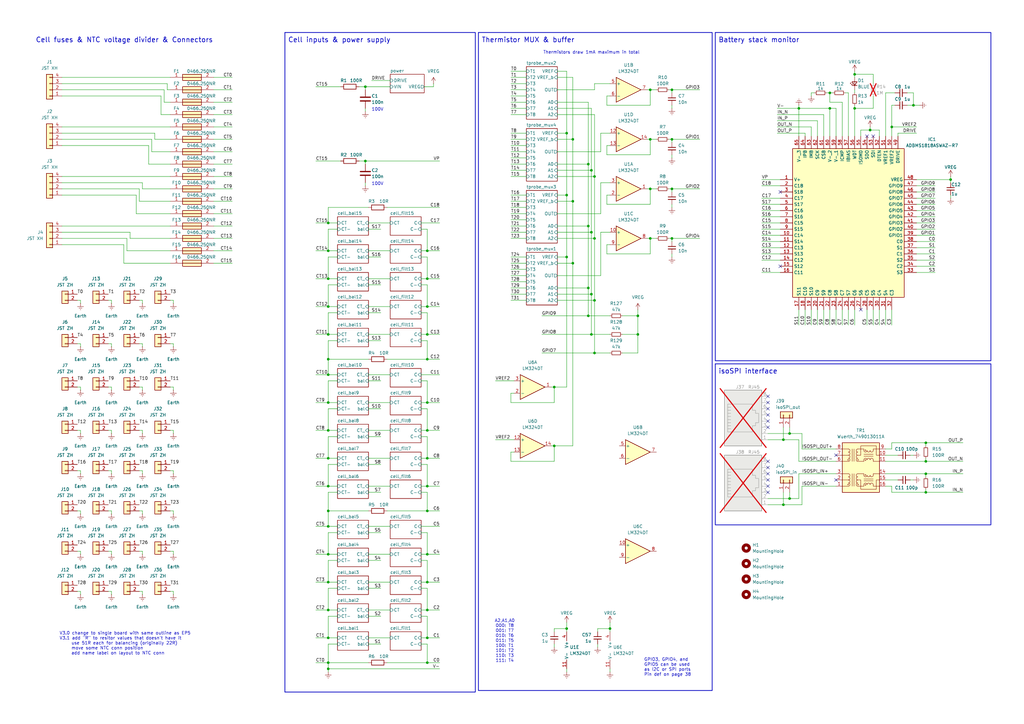
<source format=kicad_sch>
(kicad_sch (version 20250114) (generator "eeschema") (generator_version "9.0")
  (paper "A3")
  (title_block (title "BMS_Slave") (rev "v1.1"))
  (rectangle (start 293.37 13.335) (end 406.4 147.955) (stroke (width 0.3)))
  (rectangle (start 293.37 149.225) (end 406.4 215.265) (stroke (width 0.3)))
  (rectangle (start 116.84 13.335) (end 194.945 283.845) (stroke (width 0.3)))
  (rectangle (start 196.215 13.335) (end 292.1 283.21) (stroke (width 0.3)))
  (text "Cell inputs & power supply" (at 118.11 16.51 0) (effects (font (size 2 2) (thickness 0.25)) (justify left)))
  (text "A2,A1,A0\n000: T8\n001: T7\n010: T6\n011: T5\n100: T1\n101: T2\n110: T3\n111: T4" (at 207.01 262.89 0) (effects (font (size 1.27 1.27))))
  (text "V3.0 change to single board with same outline as EP5\nV3.1 add \"R\" to resitor values that doesn't have it\n     use 51R each for balancing (originally 22R)\n     move some NTC conn position\n     add name label on layout to NTC conn" (at 24.384 259.08 0) (effects (font (size 1.27 1.27)) (justify left top)))
  (text "Thermistors draw 1mA maximum in total" (at 242.57 21.59 0) (effects (font (size 1.27 1.27))))
  (text "GPIO3, GPIO4, and \nGPIO5 can be used \nas I2C or SPI ports\nPin def on page 38" (at 264.16 273.685 0) (effects (font (size 1.27 1.27)) (justify left)))
  (text "isoSPI interface" (at 294.64 152.4 0) (effects (font (size 2 2) (thickness 0.25)) (justify left)))
  (text "Battery stack monitor" (at 294.64 16.51 0) (effects (font (size 2 2) (thickness 0.25)) (justify left)))
  (text "100V" (at 152.4 76.2 0) (effects (font (size 1.27 1.27)) (justify left bottom)))
  (text "100V" (at 152.4 45.72 0) (effects (font (size 1.27 1.27)) (justify left bottom)))
  (text "Thermistor MUX & buffer" (at 197.485 16.51 0) (effects (font (size 2 2) (thickness 0.25)) (justify left)))
  (text "Cell fuses & NTC voltage divider & Connectors" (at 14.605 16.51 0) (effects (font (size 2 2) (thickness 0.25)) (justify left)))
  (junction (at 175.26 165.1))
  (junction (at 134.62 137.16))
  (junction (at 266.7 36.83))
  (junction (at 241.3 129.54))
  (junction (at 227.33 158.75))
  (junction (at 134.62 165.1))
  (junction (at 321.31 180.34))
  (junction (at 374.65 43.18))
  (junction (at 379.73 189.23))
  (junction (at 266.7 97.79))
  (junction (at 321.31 207.01))
  (junction (at 266.7 57.15))
  (junction (at 175.26 176.53))
  (junction (at 242.57 95.25))
  (junction (at 250.19 257.81))
  (junction (at 134.62 102.87))
  (junction (at 175.26 102.87))
  (junction (at 134.62 187.96))
  (junction (at 241.3 118.11))
  (junction (at 134.62 91.44))
  (junction (at 234.95 82.55))
  (junction (at 134.62 209.55))
  (junction (at 175.26 125.73))
  (junction (at 134.62 274.32))
  (junction (at 134.62 153.67))
  (junction (at 232.41 105.41))
  (junction (at 327.66 44.45))
  (junction (at 241.3 92.71))
  (junction (at 243.84 97.79))
  (junction (at 356.87 53.34))
  (junction (at 175.26 261.62))
  (junction (at 340.36 38.1))
  (junction (at 350.52 30.48))
  (junction (at 275.59 36.83))
  (junction (at 134.62 227.33))
  (junction (at 232.41 54.61))
  (junction (at 149.86 35.56))
  (junction (at 134.62 147.32))
  (junction (at 232.41 257.81))
  (junction (at 175.26 227.33))
  (junction (at 234.95 107.95))
  (junction (at 175.26 147.32))
  (junction (at 243.84 72.39))
  (junction (at 261.62 129.54))
  (junction (at 241.3 67.31))
  (junction (at 275.59 57.15))
  (junction (at 175.26 137.16))
  (junction (at 175.26 238.76))
  (junction (at 365.76 52.07))
  (junction (at 242.57 69.85))
  (junction (at 243.84 123.19))
  (junction (at 134.62 114.3))
  (junction (at 134.62 125.73))
  (junction (at 275.59 77.47))
  (junction (at 134.62 250.19))
  (junction (at 134.62 176.53))
  (junction (at 275.59 97.79))
  (junction (at 175.26 271.78))
  (junction (at 149.86 66.04))
  (junction (at 134.62 271.78))
  (junction (at 242.57 137.16))
  (junction (at 379.73 201.93))
  (junction (at 175.26 187.96))
  (junction (at 261.62 137.16))
  (junction (at 134.62 215.9))
  (junction (at 175.26 199.39))
  (junction (at 242.57 120.65))
  (junction (at 134.62 261.62))
  (junction (at 266.7 77.47))
  (junction (at 323.85 204.47))
  (junction (at 175.26 114.3))
  (junction (at 340.36 44.45))
  (junction (at 350.52 44.45))
  (junction (at 175.26 209.55))
  (junction (at 134.62 199.39))
  (junction (at 227.33 182.88))
  (junction (at 379.73 194.31))
  (junction (at 323.85 177.8))
  (junction (at 134.62 238.76))
  (junction (at 379.73 181.61))
  (junction (at 232.41 80.01))
  (junction (at 243.84 144.78))
  (junction (at 389.89 73.66))
  (junction (at 175.26 250.19))
  (junction (at 234.95 57.15))
  (no_connect (at 314.96 175.26))
  (no_connect (at 342.9 186.69))
  (no_connect (at 358.14 55.88))
  (no_connect (at 320.04 109.22))
  (no_connect (at 314.96 170.18))
  (no_connect (at 314.96 189.23))
  (no_connect (at 314.96 194.31))
  (no_connect (at 314.96 196.85))
  (no_connect (at 314.96 172.72))
  (no_connect (at 353.06 127))
  (no_connect (at 314.96 162.56))
  (no_connect (at 342.9 196.85))
  (no_connect (at 314.96 201.93))
  (no_connect (at 314.96 199.39))
  (no_connect (at 320.04 78.74))
  (no_connect (at 355.6 55.88))
  (no_connect (at 314.96 165.1))
  (no_connect (at 314.96 167.64))
  (no_connect (at 314.96 191.77))
  (wire (pts (xy 228.6 95.25) (xy 242.57 95.25)))
  (wire (pts (xy 274.32 36.83) (xy 275.59 36.83)))
  (wire (pts (xy 52.07 97.79) (xy 52.07 102.87)))
  (wire (pts (xy 327.66 204.47) (xy 323.85 204.47)))
  (wire (pts (xy 175.26 116.84) (xy 175.26 125.73)))
  (wire (pts (xy 266.7 77.47) (xy 266.7 83.82)))
  (wire (pts (xy 58.42 193.04) (xy 58.42 194.31)))
  (wire (pts (xy 172.72 105.41) (xy 175.26 105.41)))
  (wire (pts (xy 379.73 201.93) (xy 394.97 201.93)))
  (wire (pts (xy 175.26 229.87) (xy 175.26 238.76)))
  (wire (pts (xy 134.62 274.32) (xy 180.34 274.32)))
  (wire (pts (xy 243.84 36.83) (xy 243.84 34.29)))
  (wire (pts (xy 228.6 87.63) (xy 246.38 87.63)))
  (wire (pts (xy 181.61 321.31) (xy 167.64 321.31)))
  (wire (pts (xy 234.95 82.55) (xy 234.95 107.95)))
  (wire (pts (xy 44.45 158.75) (xy 45.72 158.75)))
  (wire (pts (xy 234.95 31.75) (xy 234.95 57.15)))
  (wire (pts (xy 129.54 176.53) (xy 134.62 176.53)))
  (wire (pts (xy 151.13 238.76) (xy 160.02 238.76)))
  (wire (pts (xy 363.22 196.85) (xy 368.3 196.85)))
  (wire (pts (xy 134.62 165.1) (xy 138.43 165.1)))
  (wire (pts (xy 63.5 57.15) (xy 69.85 57.15)))
  (wire (pts (xy 363.22 186.69) (xy 368.3 186.69)))
  (wire (pts (xy 261.62 129.54) (xy 261.62 137.16)))
  (wire (pts (xy 134.62 238.76) (xy 138.43 238.76)))
  (wire (pts (xy 248.92 83.82) (xy 248.92 80.01)))
  (wire (pts (xy 129.54 187.96) (xy 134.62 187.96)))
  (wire (pts (xy 203.2 180.34) (xy 210.82 180.34)))
  (wire (pts (xy 234.95 182.88) (xy 234.95 107.95)))
  (wire (pts (xy 31.75 226.06) (xy 33.02 226.06)))
  (wire (pts (xy 58.42 77.47) (xy 69.85 77.47)))
  (wire (pts (xy 175.26 128.27) (xy 175.26 137.16)))
  (wire (pts (xy 379.73 181.61) (xy 394.97 181.61)))
  (wire (pts (xy 250.19 257.81) (xy 250.19 259.08)))
  (wire (pts (xy 389.89 72.39) (xy 389.89 73.66)))
  (wire (pts (xy 25.4 52.07) (xy 69.85 52.07)))
  (wire (pts (xy 266.7 83.82) (xy 248.92 83.82)))
  (wire (pts (xy 134.62 179.07) (xy 134.62 187.96)))
  (wire (pts (xy 275.59 83.82) (xy 275.59 85.09)))
  (wire (pts (xy 134.62 187.96) (xy 138.43 187.96)))
  (wire (pts (xy 45.72 226.06) (xy 45.72 227.33)))
  (wire (pts (xy 151.13 176.53) (xy 160.02 176.53)))
  (wire (pts (xy 44.45 140.97) (xy 45.72 140.97)))
  (wire (pts (xy 44.45 193.04) (xy 45.72 193.04)))
  (wire (pts (xy 129.54 271.78) (xy 134.62 271.78)))
  (wire (pts (xy 356.87 52.07) (xy 356.87 53.34)))
  (wire (pts (xy 209.55 90.17) (xy 215.9 90.17)))
  (wire (pts (xy 175.26 199.39) (xy 180.34 199.39)))
  (wire (pts (xy 50.8 100.33) (xy 50.8 107.95)))
  (wire (pts (xy 318.77 49.53) (xy 335.28 49.53)))
  (wire (pts (xy 71.12 123.19) (xy 71.12 124.46)))
  (wire (pts (xy 138.43 179.07) (xy 134.62 179.07)))
  (wire (pts (xy 360.68 127) (xy 360.68 133.35)))
  (wire (pts (xy 209.55 67.31) (xy 215.9 67.31)))
  (wire (pts (xy 134.62 105.41) (xy 134.62 114.3)))
  (wire (pts (xy 25.4 74.93) (xy 58.42 74.93)))
  (wire (pts (xy 175.26 176.53) (xy 180.34 176.53)))
  (wire (pts (xy 373.38 196.85) (xy 374.65 196.85)))
  (wire (pts (xy 312.42 88.9) (xy 320.04 88.9)))
  (wire (pts (xy 232.41 105.41) (xy 232.41 158.75)))
  (wire (pts (xy 134.62 167.64) (xy 134.62 176.53)))
  (wire (pts (xy 312.42 93.98) (xy 320.04 93.98)))
  (wire (pts (xy 175.26 264.16) (xy 175.26 271.78)))
  (wire (pts (xy 209.55 165.1) (xy 227.33 165.1)))
  (wire (pts (xy 375.92 81.28) (xy 383.54 81.28)))
  (wire (pts (xy 379.73 194.31) (xy 394.97 194.31)))
  (wire (pts (xy 375.92 86.36) (xy 383.54 86.36)))
  (wire (pts (xy 175.26 167.64) (xy 175.26 176.53)))
  (wire (pts (xy 31.75 158.75) (xy 33.02 158.75)))
  (wire (pts (xy 158.75 209.55) (xy 175.26 209.55)))
  (wire (pts (xy 275.59 57.15) (xy 275.59 58.42)))
  (wire (pts (xy 45.72 193.04) (xy 45.72 194.31)))
  (wire (pts (xy 375.92 54.61) (xy 368.3 54.61)))
  (wire (pts (xy 151.13 128.27) (xy 156.21 128.27)))
  (wire (pts (xy 71.12 176.53) (xy 71.12 177.8)))
  (wire (pts (xy 232.41 80.01) (xy 232.41 105.41)))
  (wire (pts (xy 134.62 114.3) (xy 138.43 114.3)))
  (wire (pts (xy 129.54 102.87) (xy 134.62 102.87)))
  (wire (pts (xy 25.4 72.39) (xy 69.85 72.39)))
  (wire (pts (xy 228.6 36.83) (xy 243.84 36.83)))
  (wire (pts (xy 172.72 93.98) (xy 175.26 93.98)))
  (wire (pts (xy 58.42 176.53) (xy 58.42 177.8)))
  (wire (pts (xy 172.72 116.84) (xy 175.26 116.84)))
  (wire (pts (xy 151.13 102.87) (xy 160.02 102.87)))
  (wire (pts (xy 227.33 182.88) (xy 226.06 182.88)))
  (wire (pts (xy 312.42 91.44) (xy 320.04 91.44)))
  (wire (pts (xy 266.7 63.5) (xy 248.92 63.5)))
  (wire (pts (xy 346.71 38.1) (xy 347.98 38.1)))
  (wire (pts (xy 25.4 100.33) (xy 50.8 100.33)))
  (wire (pts (xy 227.33 189.23) (xy 227.33 182.88)))
  (wire (pts (xy 172.72 179.07) (xy 175.26 179.07)))
  (wire (pts (xy 241.3 92.71) (xy 241.3 118.11)))
  (wire (pts (xy 372.11 38.1) (xy 374.65 38.1)))
  (wire (pts (xy 340.36 38.1) (xy 341.63 38.1)))
  (wire (pts (xy 242.57 120.65) (xy 242.57 137.16)))
  (wire (pts (xy 175.26 102.87) (xy 180.34 102.87)))
  (wire (pts (xy 209.55 36.83) (xy 215.9 36.83)))
  (wire (pts (xy 58.42 74.93) (xy 58.42 77.47)))
  (wire (pts (xy 175.26 105.41) (xy 175.26 114.3)))
  (wire (pts (xy 232.41 29.21) (xy 232.41 54.61)))
  (wire (pts (xy 265.43 36.83) (xy 266.7 36.83)))
  (wire (pts (xy 152.4 33.02) (xy 160.02 33.02)))
  (wire (pts (xy 45.72 242.57) (xy 45.72 243.84)))
  (wire (pts (xy 44.45 226.06) (xy 45.72 226.06)))
  (wire (pts (xy 340.36 41.91) (xy 340.36 38.1)))
  (wire (pts (xy 363.22 38.1) (xy 367.03 38.1)))
  (wire (pts (xy 44.45 176.53) (xy 45.72 176.53)))
  (wire (pts (xy 365.76 181.61) (xy 379.73 181.61)))
  (wire (pts (xy 365.76 43.18) (xy 367.03 43.18)))
  (wire (pts (xy 138.43 190.5) (xy 134.62 190.5)))
  (wire (pts (xy 365.76 184.15) (xy 363.22 184.15)))
  (wire (pts (xy 318.77 52.07) (xy 332.74 52.07)))
  (wire (pts (xy 327.66 189.23) (xy 342.9 189.23)))
  (wire (pts (xy 151.13 93.98) (xy 156.21 93.98)))
  (wire (pts (xy 375.92 109.22) (xy 383.54 109.22)))
  (wire (pts (xy 340.36 44.45) (xy 342.9 44.45)))
  (wire (pts (xy 151.13 116.84) (xy 156.21 116.84)))
  (wire (pts (xy 375.92 111.76) (xy 383.54 111.76)))
  (wire (pts (xy 209.55 62.23) (xy 215.9 62.23)))
  (wire (pts (xy 345.44 41.91) (xy 340.36 41.91)))
  (wire (pts (xy 58.42 123.19) (xy 58.42 124.46)))
  (wire (pts (xy 129.54 35.56) (xy 139.7 35.56)))
  (wire (pts (xy 375.92 78.74) (xy 383.54 78.74)))
  (wire (pts (xy 172.72 250.19) (xy 175.26 250.19)))
  (wire (pts (xy 312.42 76.2) (xy 320.04 76.2)))
  (wire (pts (xy 327.66 43.18) (xy 327.66 44.45)))
  (wire (pts (xy 58.42 226.06) (xy 58.42 227.33)))
  (wire (pts (xy 129.54 250.19) (xy 134.62 250.19)))
  (wire (pts (xy 375.92 93.98) (xy 383.54 93.98)))
  (wire (pts (xy 345.44 41.91) (xy 345.44 55.88)))
  (wire (pts (xy 151.13 218.44) (xy 156.21 218.44)))
  (wire (pts (xy 50.8 107.95) (xy 69.85 107.95)))
  (wire (pts (xy 209.55 92.71) (xy 215.9 92.71)))
  (wire (pts (xy 134.62 241.3) (xy 134.62 250.19)))
  (wire (pts (xy 318.77 46.99) (xy 337.82 46.99)))
  (wire (pts (xy 25.4 54.61) (xy 63.5 54.61)))
  (wire (pts (xy 228.6 113.03) (xy 246.38 113.03)))
  (wire (pts (xy 365.76 127) (xy 365.76 133.35)))
  (wire (pts (xy 209.55 54.61) (xy 215.9 54.61)))
  (wire (pts (xy 358.14 30.48) (xy 350.52 30.48)))
  (wire (pts (xy 350.52 30.48) (xy 350.52 31.75)))
  (wire (pts (xy 45.72 158.75) (xy 45.72 160.02)))
  (wire (pts (xy 172.72 176.53) (xy 175.26 176.53)))
  (wire (pts (xy 151.13 201.93) (xy 156.21 201.93)))
  (wire (pts (xy 151.13 153.67) (xy 160.02 153.67)))
  (wire (pts (xy 210.82 161.29) (xy 209.55 161.29)))
  (wire (pts (xy 175.26 156.21) (xy 175.26 165.1)))
  (wire (pts (xy 275.59 63.5) (xy 275.59 64.77)))
  (wire (pts (xy 358.14 34.29) (xy 358.14 30.48)))
  (wire (pts (xy 31.75 176.53) (xy 33.02 176.53)))
  (wire (pts (xy 246.38 74.93) (xy 250.19 74.93)))
  (wire (pts (xy 228.6 80.01) (xy 232.41 80.01)))
  (wire (pts (xy 57.15 226.06) (xy 58.42 226.06)))
  (wire (pts (xy 45.72 210.82) (xy 45.72 209.55)))
  (wire (pts (xy 243.84 144.78) (xy 250.19 144.78)))
  (wire (pts (xy 151.13 179.07) (xy 156.21 179.07)))
  (wire (pts (xy 134.62 139.7) (xy 134.62 147.32)))
  (wire (pts (xy 58.42 158.75) (xy 58.42 160.02)))
  (wire (pts (xy 175.26 252.73) (xy 175.26 261.62)))
  (wire (pts (xy 151.13 250.19) (xy 160.02 250.19)))
  (wire (pts (xy 69.85 193.04) (xy 71.12 193.04)))
  (wire (pts (xy 209.55 80.01) (xy 215.9 80.01)))
  (wire (pts (xy 147.32 35.56) (xy 149.86 35.56)))
  (wire (pts (xy 242.57 95.25) (xy 242.57 120.65)))
  (wire (pts (xy 246.38 87.63) (xy 246.38 74.93)))
  (wire (pts (xy 350.52 44.45) (xy 350.52 55.88)))
  (wire (pts (xy 129.54 153.67) (xy 134.62 153.67)))
  (wire (pts (xy 25.4 97.79) (xy 52.07 97.79)))
  (wire (pts (xy 245.11 257.81) (xy 250.19 257.81)))
  (wire (pts (xy 147.32 66.04) (xy 149.86 66.04)))
  (wire (pts (xy 232.41 54.61) (xy 232.41 80.01)))
  (wire (pts (xy 138.43 116.84) (xy 134.62 116.84)))
  (wire (pts (xy 203.2 156.21) (xy 210.82 156.21)))
  (wire (pts (xy 134.62 274.32) (xy 134.62 275.59)))
  (wire (pts (xy 172.72 156.21) (xy 175.26 156.21)))
  (wire (pts (xy 129.54 137.16) (xy 134.62 137.16)))
  (wire (pts (xy 375.92 76.2) (xy 383.54 76.2)))
  (wire (pts (xy 275.59 36.83) (xy 287.02 36.83)))
  (wire (pts (xy 175.26 190.5) (xy 175.26 199.39)))
  (wire (pts (xy 334.01 38.1) (xy 332.74 38.1)))
  (wire (pts (xy 242.57 137.16) (xy 250.19 137.16)))
  (wire (pts (xy 243.84 97.79) (xy 243.84 123.19)))
  (wire (pts (xy 275.59 97.79) (xy 275.59 99.06)))
  (wire (pts (xy 149.86 35.56) (xy 160.02 35.56)))
  (wire (pts (xy 365.76 184.15) (xy 365.76 181.61)))
  (wire (pts (xy 172.72 261.62) (xy 175.26 261.62)))
  (wire (pts (xy 312.42 101.6) (xy 320.04 101.6)))
  (wire (pts (xy 323.85 201.93) (xy 323.85 204.47)))
  (wire (pts (xy 53.34 95.25) (xy 53.34 97.79)))
  (wire (pts (xy 68.58 34.29) (xy 68.58 36.83)))
  (wire (pts (xy 347.98 127) (xy 347.98 133.35)))
  (wire (pts (xy 149.86 66.04) (xy 180.34 66.04)))
  (wire (pts (xy 71.12 158.75) (xy 71.12 160.02)))
  (wire (pts (xy 375.92 99.06) (xy 383.54 99.06)))
  (wire (pts (xy 243.84 46.99) (xy 243.84 72.39)))
  (wire (pts (xy 87.63 52.07) (xy 95.25 52.07)))
  (wire (pts (xy 209.55 120.65) (xy 215.9 120.65)))
  (wire (pts (xy 138.43 156.21) (xy 134.62 156.21)))
  (wire (pts (xy 87.63 57.15) (xy 95.25 57.15)))
  (wire (pts (xy 248.92 59.69) (xy 250.19 59.69)))
  (wire (pts (xy 175.26 271.78) (xy 180.34 271.78)))
  (wire (pts (xy 327.66 44.45) (xy 340.36 44.45)))
  (wire (pts (xy 274.32 97.79) (xy 275.59 97.79)))
  (wire (pts (xy 172.72 241.3) (xy 175.26 241.3)))
  (wire (pts (xy 209.55 105.41) (xy 215.9 105.41)))
  (wire (pts (xy 363.22 194.31) (xy 379.73 194.31)))
  (wire (pts (xy 373.38 186.69) (xy 374.65 186.69)))
  (wire (pts (xy 151.13 156.21) (xy 156.21 156.21)))
  (wire (pts (xy 327.66 194.31) (xy 342.9 194.31)))
  (wire (pts (xy 138.43 218.44) (xy 134.62 218.44)))
  (wire (pts (xy 209.55 72.39) (xy 215.9 72.39)))
  (wire (pts (xy 265.43 77.47) (xy 266.7 77.47)))
  (wire (pts (xy 274.32 57.15) (xy 275.59 57.15)))
  (wire (pts (xy 87.63 36.83) (xy 95.25 36.83)))
  (wire (pts (xy 356.87 53.34) (xy 360.68 53.34)))
  (wire (pts (xy 138.43 105.41) (xy 134.62 105.41)))
  (wire (pts (xy 312.42 86.36) (xy 320.04 86.36)))
  (wire (pts (xy 228.6 44.45) (xy 242.57 44.45)))
  (wire (pts (xy 25.4 36.83) (xy 67.31 36.83)))
  (wire (pts (xy 266.7 104.14) (xy 248.92 104.14)))
  (wire (pts (xy 129.54 227.33) (xy 134.62 227.33)))
  (wire (pts (xy 172.72 137.16) (xy 175.26 137.16)))
  (wire (pts (xy 31.75 242.57) (xy 33.02 242.57)))
  (wire (pts (xy 266.7 36.83) (xy 266.7 43.18)))
  (wire (pts (xy 248.92 43.18) (xy 248.92 39.37)))
  (wire (pts (xy 265.43 97.79) (xy 266.7 97.79)))
  (wire (pts (xy 67.31 36.83) (xy 67.31 41.91)))
  (wire (pts (xy 57.15 158.75) (xy 58.42 158.75)))
  (wire (pts (xy 134.62 93.98) (xy 134.62 102.87)))
  (wire (pts (xy 266.7 43.18) (xy 248.92 43.18)))
  (wire (pts (xy 172.72 91.44) (xy 180.34 91.44)))
  (wire (pts (xy 209.55 34.29) (xy 215.9 34.29)))
  (wire (pts (xy 209.55 57.15) (xy 215.9 57.15)))
  (wire (pts (xy 342.9 127) (xy 342.9 133.35)))
  (wire (pts (xy 58.42 210.82) (xy 58.42 209.55)))
  (wire (pts (xy 358.14 44.45) (xy 350.52 44.45)))
  (wire (pts (xy 172.72 139.7) (xy 175.26 139.7)))
  (wire (pts (xy 60.96 59.69) (xy 60.96 67.31)))
  (wire (pts (xy 363.22 199.39) (xy 365.76 199.39)))
  (wire (pts (xy 134.62 227.33) (xy 138.43 227.33)))
  (wire (pts (xy 209.55 107.95) (xy 215.9 107.95)))
  (wire (pts (xy 209.55 123.19) (xy 215.9 123.19)))
  (wire (pts (xy 327.66 44.45) (xy 327.66 55.88)))
  (wire (pts (xy 312.42 73.66) (xy 320.04 73.66)))
  (wire (pts (xy 151.13 165.1) (xy 160.02 165.1)))
  (wire (pts (xy 175.26 179.07) (xy 175.26 187.96)))
  (wire (pts (xy 321.31 201.93) (xy 321.31 207.01)))
  (wire (pts (xy 172.72 238.76) (xy 175.26 238.76)))
  (wire (pts (xy 261.62 127) (xy 261.62 129.54)))
  (wire (pts (xy 312.42 106.68) (xy 320.04 106.68)))
  (wire (pts (xy 339.09 38.1) (xy 340.36 38.1)))
  (wire (pts (xy 134.62 199.39) (xy 138.43 199.39)))
  (wire (pts (xy 134.62 102.87) (xy 138.43 102.87)))
  (wire (pts (xy 228.6 118.11) (xy 241.3 118.11)))
  (wire (pts (xy 138.43 128.27) (xy 134.62 128.27)))
  (wire (pts (xy 275.59 77.47) (xy 275.59 78.74)))
  (wire (pts (xy 227.33 257.81) (xy 232.41 257.81)))
  (wire (pts (xy 389.89 74.93) (xy 389.89 73.66)))
  (wire (pts (xy 69.85 226.06) (xy 71.12 226.06)))
  (wire (pts (xy 172.72 201.93) (xy 175.26 201.93)))
  (wire (pts (xy 227.33 165.1) (xy 227.33 158.75)))
  (wire (pts (xy 172.72 167.64) (xy 175.26 167.64)))
  (wire (pts (xy 138.43 229.87) (xy 134.62 229.87)))
  (wire (pts (xy 228.6 105.41) (xy 232.41 105.41)))
  (wire (pts (xy 312.42 111.76) (xy 320.04 111.76)))
  (wire (pts (xy 248.92 104.14) (xy 248.92 100.33)))
  (wire (pts (xy 318.77 54.61) (xy 330.2 54.61)))
  (wire (pts (xy 312.42 83.82) (xy 320.04 83.82)))
  (wire (pts (xy 227.33 264.16) (xy 227.33 265.43)))
  (wire (pts (xy 25.4 57.15) (xy 62.23 57.15)))
  (wire (pts (xy 180.34 318.77) (xy 167.64 318.77)))
  (wire (pts (xy 87.63 87.63) (xy 95.25 87.63)))
  (wire (pts (xy 241.3 118.11) (xy 241.3 129.54)))
  (wire (pts (xy 379.73 189.23) (xy 394.97 189.23)))
  (wire (pts (xy 44.45 123.19) (xy 45.72 123.19)))
  (wire (pts (xy 363.22 189.23) (xy 379.73 189.23)))
  (wire (pts (xy 129.54 66.04) (xy 139.7 66.04)))
  (wire (pts (xy 209.55 113.03) (xy 215.9 113.03)))
  (wire (pts (xy 227.33 182.88) (xy 234.95 182.88)))
  (wire (pts (xy 389.89 80.01) (xy 389.89 81.28)))
  (wire (pts (xy 234.95 107.95) (xy 228.6 107.95)))
  (wire (pts (xy 379.73 187.96) (xy 379.73 189.23)))
  (wire (pts (xy 87.63 31.75) (xy 95.25 31.75)))
  (wire (pts (xy 350.52 127) (xy 350.52 133.35)))
  (wire (pts (xy 33.02 193.04) (xy 33.02 194.31)))
  (wire (pts (xy 134.62 271.78) (xy 134.62 274.32)))
  (wire (pts (xy 275.59 43.18) (xy 275.59 44.45)))
  (wire (pts (xy 55.88 87.63) (xy 69.85 87.63)))
  (wire (pts (xy 57.15 193.04) (xy 58.42 193.04)))
  (wire (pts (xy 250.19 255.27) (xy 250.19 257.81)))
  (wire (pts (xy 209.55 85.09) (xy 215.9 85.09)))
  (wire (pts (xy 275.59 57.15) (xy 287.02 57.15)))
  (wire (pts (xy 134.62 153.67) (xy 138.43 153.67)))
  (wire (pts (xy 87.63 82.55) (xy 95.25 82.55)))
  (wire (pts (xy 129.54 199.39) (xy 134.62 199.39)))
  (wire (pts (xy 151.13 91.44) (xy 160.02 91.44)))
  (wire (pts (xy 57.15 140.97) (xy 58.42 140.97)))
  (wire (pts (xy 241.3 67.31) (xy 241.3 92.71)))
  (wire (pts (xy 368.3 54.61) (xy 368.3 55.88)))
  (wire (pts (xy 209.55 64.77) (xy 215.9 64.77)))
  (wire (pts (xy 227.33 259.08) (xy 227.33 257.81)))
  (wire (pts (xy 266.7 57.15) (xy 269.24 57.15)))
  (wire (pts (xy 151.13 105.41) (xy 156.21 105.41)))
  (wire (pts (xy 246.38 62.23) (xy 246.38 54.61)))
  (wire (pts (xy 151.13 85.09) (xy 134.62 85.09)))
  (wire (pts (xy 71.12 226.06) (xy 71.12 227.33)))
  (wire (pts (xy 209.55 185.42) (xy 209.55 189.23)))
  (wire (pts (xy 375.92 104.14) (xy 383.54 104.14)))
  (wire (pts (xy 177.8 35.56) (xy 173.99 35.56)))
  (wire (pts (xy 172.72 125.73) (xy 175.26 125.73)))
  (wire (pts (xy 332.74 38.1) (xy 332.74 39.37)))
  (wire (pts (xy 134.62 125.73) (xy 138.43 125.73)))
  (wire (pts (xy 363.22 127) (xy 363.22 133.35)))
  (wire (pts (xy 345.44 127) (xy 345.44 133.35)))
  (wire (pts (xy 337.82 46.99) (xy 337.82 55.88)))
  (wire (pts (xy 151.13 137.16) (xy 160.02 137.16)))
  (wire (pts (xy 358.14 39.37) (xy 358.14 44.45)))
  (wire (pts (xy 330.2 127) (xy 330.2 133.35)))
  (wire (pts (xy 33.02 140.97) (xy 33.02 142.24)))
  (wire (pts (xy 158.75 271.78) (xy 175.26 271.78)))
  (wire (pts (xy 360.68 53.34) (xy 360.68 55.88)))
  (wire (pts (xy 241.3 41.91) (xy 241.3 67.31)))
  (wire (pts (xy 355.6 127) (xy 355.6 133.35)))
  (wire (pts (xy 134.62 137.16) (xy 138.43 137.16)))
  (wire (pts (xy 266.7 97.79) (xy 266.7 104.14)))
  (wire (pts (xy 172.72 187.96) (xy 175.26 187.96)))
  (wire (pts (xy 62.23 57.15) (xy 62.23 62.23)))
  (wire (pts (xy 31.75 140.97) (xy 33.02 140.97)))
  (wire (pts (xy 151.13 114.3) (xy 160.02 114.3)))
  (wire (pts (xy 248.92 100.33) (xy 250.19 100.33)))
  (wire (pts (xy 45.72 123.19) (xy 45.72 124.46)))
  (wire (pts (xy 175.26 147.32) (xy 180.34 147.32)))
  (wire (pts (xy 175.26 250.19) (xy 180.34 250.19)))
  (wire (pts (xy 151.13 261.62) (xy 160.02 261.62)))
  (wire (pts (xy 134.62 218.44) (xy 134.62 227.33)))
  (wire (pts (xy 379.73 200.66) (xy 379.73 201.93)))
  (wire (pts (xy 209.55 189.23) (xy 227.33 189.23)))
  (wire (pts (xy 172.72 102.87) (xy 175.26 102.87)))
  (wire (pts (xy 68.58 36.83) (xy 69.85 36.83)))
  (wire (pts (xy 328.93 184.15) (xy 328.93 177.8)))
  (wire (pts (xy 87.63 107.95) (xy 95.25 107.95)))
  (wire (pts (xy 209.55 29.21) (xy 215.9 29.21)))
  (wire (pts (xy 375.92 73.66) (xy 389.89 73.66)))
  (wire (pts (xy 134.62 264.16) (xy 134.62 271.78)))
  (wire (pts (xy 151.13 147.32) (xy 134.62 147.32)))
  (wire (pts (xy 172.72 190.5) (xy 175.26 190.5)))
  (wire (pts (xy 172.72 128.27) (xy 175.26 128.27)))
  (wire (pts (xy 175.26 261.62) (xy 180.34 261.62)))
  (wire (pts (xy 138.43 241.3) (xy 134.62 241.3)))
  (wire (pts (xy 134.62 252.73) (xy 134.62 261.62)))
  (wire (pts (xy 266.7 57.15) (xy 266.7 63.5)))
  (wire (pts (xy 228.6 69.85) (xy 242.57 69.85)))
  (wire (pts (xy 175.26 218.44) (xy 175.26 227.33)))
  (wire (pts (xy 151.13 187.96) (xy 160.02 187.96)))
  (wire (pts (xy 175.26 209.55) (xy 180.34 209.55)))
  (wire (pts (xy 375.92 83.82) (xy 383.54 83.82)))
  (wire (pts (xy 243.84 123.19) (xy 243.84 144.78)))
  (wire (pts (xy 255.27 144.78) (xy 261.62 144.78)))
  (wire (pts (xy 227.33 158.75) (xy 226.06 158.75)))
  (wire (pts (xy 175.26 187.96) (xy 180.34 187.96)))
  (wire (pts (xy 151.13 139.7) (xy 156.21 139.7)))
  (wire (pts (xy 134.62 229.87) (xy 134.62 238.76)))
  (wire (pts (xy 209.55 115.57) (xy 215.9 115.57)))
  (wire (pts (xy 175.26 93.98) (xy 175.26 102.87)))
  (wire (pts (xy 172.72 215.9) (xy 180.34 215.9)))
  (wire (pts (xy 255.27 129.54) (xy 261.62 129.54)))
  (wire (pts (xy 228.6 82.55) (xy 234.95 82.55)))
  (wire (pts (xy 374.65 38.1) (xy 374.65 43.18)))
  (wire (pts (xy 63.5 54.61) (xy 63.5 57.15)))
  (wire (pts (xy 71.12 193.04) (xy 71.12 194.31)))
  (wire (pts (xy 350.52 29.21) (xy 350.52 30.48)))
  (wire (pts (xy 243.84 34.29) (xy 250.19 34.29)))
  (wire (pts (xy 25.4 80.01) (xy 55.88 80.01)))
  (wire (pts (xy 323.85 204.47) (xy 314.96 204.47)))
  (wire (pts (xy 134.62 209.55) (xy 134.62 215.9)))
  (wire (pts (xy 209.55 31.75) (xy 215.9 31.75)))
  (wire (pts (xy 228.6 54.61) (xy 232.41 54.61)))
  (wire (pts (xy 66.04 39.37) (xy 66.04 46.99)))
  (wire (pts (xy 335.28 127) (xy 335.28 133.35)))
  (wire (pts (xy 87.63 46.99) (xy 95.25 46.99)))
  (wire (pts (xy 228.6 97.79) (xy 243.84 97.79)))
  (wire (pts (xy 314.96 177.8) (xy 323.85 177.8)))
  (wire (pts (xy 365.76 201.93) (xy 379.73 201.93)))
  (wire (pts (xy 337.82 127) (xy 337.82 133.35)))
  (wire (pts (xy 275.59 97.79) (xy 287.02 97.79)))
  (wire (pts (xy 321.31 175.26) (xy 321.31 180.34)))
  (wire (pts (xy 58.42 242.57) (xy 58.42 243.84)))
  (wire (pts (xy 375.92 91.44) (xy 383.54 91.44)))
  (wire (pts (xy 232.41 274.32) (xy 232.41 275.59)))
  (wire (pts (xy 209.55 46.99) (xy 215.9 46.99)))
  (wire (pts (xy 58.42 209.55) (xy 57.15 209.55)))
  (wire (pts (xy 149.86 66.04) (xy 149.86 67.31)))
  (wire (pts (xy 261.62 144.78) (xy 261.62 137.16)))
  (wire (pts (xy 255.27 137.16) (xy 261.62 137.16)))
  (wire (pts (xy 222.25 137.16) (xy 242.57 137.16)))
  (wire (pts (xy 358.14 127) (xy 358.14 133.35)))
  (wire (pts (xy 134.62 91.44) (xy 138.43 91.44)))
  (wire (pts (xy 379.73 194.31) (xy 379.73 195.58)))
  (wire (pts (xy 222.25 144.78) (xy 243.84 144.78)))
  (wire (pts (xy 134.62 147.32) (xy 134.62 153.67)))
  (wire (pts (xy 250.19 95.25) (xy 246.38 95.25)))
  (wire (pts (xy 228.6 29.21) (xy 232.41 29.21)))
  (wire (pts (xy 33.02 226.06) (xy 33.02 227.33)))
  (wire (pts (xy 209.55 44.45) (xy 215.9 44.45)))
  (wire (pts (xy 87.63 41.91) (xy 95.25 41.91)))
  (wire (pts (xy 134.62 116.84) (xy 134.62 125.73)))
  (wire (pts (xy 138.43 252.73) (xy 134.62 252.73)))
  (wire (pts (xy 33.02 209.55) (xy 31.75 209.55)))
  (wire (pts (xy 53.34 97.79) (xy 69.85 97.79)))
  (wire (pts (xy 138.43 264.16) (xy 134.62 264.16)))
  (wire (pts (xy 228.6 92.71) (xy 241.3 92.71)))
  (wire (pts (xy 151.13 209.55) (xy 134.62 209.55)))
  (wire (pts (xy 25.4 92.71) (xy 69.85 92.71)))
  (wire (pts (xy 62.23 62.23) (xy 69.85 62.23)))
  (wire (pts (xy 210.82 185.42) (xy 209.55 185.42)))
  (wire (pts (xy 274.32 77.47) (xy 275.59 77.47)))
  (wire (pts (xy 328.93 207.01) (xy 321.31 207.01)))
  (wire (pts (xy 134.62 156.21) (xy 134.62 165.1)))
  (wire (pts (xy 69.85 242.57) (xy 71.12 242.57)))
  (wire (pts (xy 69.85 176.53) (xy 71.12 176.53)))
  (wire (pts (xy 134.62 201.93) (xy 134.62 209.55)))
  (wire (pts (xy 275.59 36.83) (xy 275.59 38.1)))
  (wire (pts (xy 321.31 207.01) (xy 314.96 207.01)))
  (wire (pts (xy 375.92 88.9) (xy 383.54 88.9)))
  (wire (pts (xy 71.12 210.82) (xy 71.12 209.55)))
  (wire (pts (xy 151.13 229.87) (xy 156.21 229.87)))
  (wire (pts (xy 138.43 167.64) (xy 134.62 167.64)))
  (wire (pts (xy 172.72 227.33) (xy 175.26 227.33)))
  (wire (pts (xy 365.76 43.18) (xy 365.76 52.07)))
  (wire (pts (xy 31.75 193.04) (xy 33.02 193.04)))
  (wire (pts (xy 129.54 125.73) (xy 134.62 125.73)))
  (wire (pts (xy 57.15 176.53) (xy 58.42 176.53)))
  (wire (pts (xy 57.15 77.47) (xy 57.15 82.55)))
  (wire (pts (xy 275.59 104.14) (xy 275.59 105.41)))
  (wire (pts (xy 25.4 31.75) (xy 69.85 31.75)))
  (wire (pts (xy 69.85 123.19) (xy 71.12 123.19)))
  (wire (pts (xy 365.76 199.39) (xy 365.76 201.93)))
  (wire (pts (xy 129.54 91.44) (xy 134.62 91.44)))
  (wire (pts (xy 353.06 55.88) (xy 353.06 53.34)))
  (wire (pts (xy 175.26 139.7) (xy 175.26 147.32)))
  (wire (pts (xy 342.9 44.45) (xy 342.9 55.88)))
  (wire (pts (xy 175.26 227.33) (xy 180.34 227.33)))
  (wire (pts (xy 232.41 257.81) (xy 232.41 259.08)))
  (wire (pts (xy 151.13 227.33) (xy 160.02 227.33)))
  (wire (pts (xy 312.42 96.52) (xy 320.04 96.52)))
  (wire (pts (xy 209.55 118.11) (xy 215.9 118.11)))
  (wire (pts (xy 246.38 54.61) (xy 250.19 54.61)))
  (wire (pts (xy 175.26 165.1) (xy 180.34 165.1)))
  (wire (pts (xy 172.72 229.87) (xy 175.26 229.87)))
  (wire (pts (xy 375.92 101.6) (xy 383.54 101.6)))
  (wire (pts (xy 66.04 46.99) (xy 69.85 46.99)))
  (wire (pts (xy 242.57 44.45) (xy 242.57 69.85)))
  (wire (pts (xy 175.26 201.93) (xy 175.26 209.55)))
  (wire (pts (xy 172.72 153.67) (xy 180.34 153.67)))
  (wire (pts (xy 129.54 165.1) (xy 134.62 165.1)))
  (wire (pts (xy 134.62 271.78) (xy 151.13 271.78)))
  (wire (pts (xy 246.38 95.25) (xy 246.38 113.03)))
  (wire (pts (xy 248.92 39.37) (xy 250.19 39.37)))
  (wire (pts (xy 379.73 182.88) (xy 379.73 181.61)))
  (wire (pts (xy 138.43 139.7) (xy 134.62 139.7)))
  (wire (pts (xy 129.54 261.62) (xy 134.62 261.62)))
  (wire (pts (xy 179.07 316.23) (xy 167.64 316.23)))
  (wire (pts (xy 228.6 120.65) (xy 242.57 120.65)))
  (wire (pts (xy 151.13 252.73) (xy 156.21 252.73)))
  (wire (pts (xy 222.25 129.54) (xy 241.3 129.54)))
  (wire (pts (xy 372.11 43.18) (xy 374.65 43.18)))
  (wire (pts (xy 87.63 92.71) (xy 95.25 92.71)))
  (wire (pts (xy 25.4 77.47) (xy 57.15 77.47)))
  (wire (pts (xy 71.12 209.55) (xy 69.85 209.55)))
  (wire (pts (xy 209.55 82.55) (xy 215.9 82.55)))
  (wire (pts (xy 52.07 102.87) (xy 69.85 102.87)))
  (wire (pts (xy 57.15 82.55) (xy 69.85 82.55)))
  (wire (pts (xy 347.98 38.1) (xy 347.98 55.88)))
  (wire (pts (xy 332.74 52.07) (xy 332.74 55.88)))
  (wire (pts (xy 266.7 97.79) (xy 269.24 97.79)))
  (wire (pts (xy 374.65 43.18) (xy 377.19 43.18)))
  (wire (pts (xy 87.63 97.79) (xy 95.25 97.79)))
  (wire (pts (xy 151.13 125.73) (xy 160.02 125.73)))
  (wire (pts (xy 25.4 59.69) (xy 60.96 59.69)))
  (wire (pts (xy 275.59 77.47) (xy 287.02 77.47)))
  (wire (pts (xy 323.85 177.8) (xy 328.93 177.8)))
  (wire (pts (xy 58.42 140.97) (xy 58.42 142.24)))
  (wire (pts (xy 175.26 125.73) (xy 180.34 125.73)))
  (wire (pts (xy 71.12 242.57) (xy 71.12 243.84)))
  (wire (pts (xy 365.76 52.07) (xy 375.92 52.07)))
  (wire (pts (xy 209.55 87.63) (xy 215.9 87.63)))
  (wire (pts (xy 25.4 39.37) (xy 66.04 39.37)))
  (wire (pts (xy 209.55 110.49) (xy 215.9 110.49)))
  (wire (pts (xy 134.62 190.5) (xy 134.62 199.39)))
  (wire (pts (xy 158.75 147.32) (xy 175.26 147.32)))
  (wire (pts (xy 248.92 63.5) (xy 248.92 59.69)))
  (wire (pts (xy 327.66 194.31) (xy 327.66 204.47)))
  (wire (pts (xy 134.62 215.9) (xy 138.43 215.9)))
  (wire (pts (xy 228.6 31.75) (xy 234.95 31.75)))
  (wire (pts (xy 33.02 158.75) (xy 33.02 160.02)))
  (wire (pts (xy 318.77 44.45) (xy 327.66 44.45)))
  (wire (pts (xy 242.57 69.85) (xy 242.57 95.25)))
  (wire (pts (xy 134.62 250.19) (xy 138.43 250.19)))
  (wire (pts (xy 266.7 77.47) (xy 269.24 77.47)))
  (wire (pts (xy 87.63 72.39) (xy 95.25 72.39)))
  (wire (pts (xy 209.55 69.85) (xy 215.9 69.85)))
  (wire (pts (xy 172.72 252.73) (xy 175.26 252.73)))
  (wire (pts (xy 335.28 49.53) (xy 335.28 55.88)))
  (wire (pts (xy 71.12 140.97) (xy 71.12 142.24)))
  (wire (pts (xy 151.13 264.16) (xy 156.21 264.16)))
  (wire (pts (xy 87.63 62.23) (xy 95.25 62.23)))
  (wire (pts (xy 312.42 81.28) (xy 320.04 81.28)))
  (wire (pts (xy 353.06 53.34) (xy 356.87 53.34)))
  (wire (pts (xy 375.92 96.52) (xy 383.54 96.52)))
  (wire (pts (xy 69.85 140.97) (xy 71.12 140.97)))
  (wire (pts (xy 175.26 238.76) (xy 180.34 238.76)))
  (wire (pts (xy 363.22 38.1) (xy 363.22 55.88)))
  (wire (pts (xy 241.3 129.54) (xy 250.19 129.54)))
  (wire (pts (xy 57.15 123.19) (xy 58.42 123.19)))
  (wire (pts (xy 228.6 67.31) (xy 241.3 67.31)))
  (wire (pts (xy 87.63 77.47) (xy 95.25 77.47)))
  (wire (pts (xy 67.31 41.91) (xy 69.85 41.91)))
  (wire (pts (xy 175.26 137.16) (xy 180.34 137.16)))
  (wire (pts (xy 134.62 176.53) (xy 138.43 176.53)))
  (wire (pts (xy 375.92 106.68) (xy 383.54 106.68)))
  (wire (pts (xy 134.62 128.27) (xy 134.62 137.16)))
  (wire (pts (xy 134.62 261.62) (xy 138.43 261.62)))
  (wire (pts (xy 312.42 104.14) (xy 320.04 104.14)))
  (wire (pts (xy 45.72 176.53) (xy 45.72 177.8)))
  (wire (pts (xy 327.66 180.34) (xy 321.31 180.34)))
  (wire (pts (xy 151.13 167.64) (xy 156.21 167.64)))
  (wire (pts (xy 228.6 62.23) (xy 246.38 62.23)))
  (wire (pts (xy 138.43 201.93) (xy 134.62 201.93)))
  (wire (pts (xy 33.02 123.19) (xy 33.02 124.46)))
  (wire (pts (xy 172.72 218.44) (xy 175.26 218.44)))
  (wire (pts (xy 323.85 175.26) (xy 323.85 177.8)))
  (wire (pts (xy 175.26 241.3) (xy 175.26 250.19)))
  (wire (pts (xy 328.93 184.15) (xy 342.9 184.15)))
  (wire (pts (xy 129.54 114.3) (xy 134.62 114.3)))
  (wire (pts (xy 151.13 199.39) (xy 160.02 199.39)))
  (wire (pts (xy 332.74 127) (xy 332.74 133.35)))
  (wire (pts (xy 69.85 158.75) (xy 71.12 158.75)))
  (wire (pts (xy 248.92 80.01) (xy 250.19 80.01)))
  (wire (pts (xy 31.75 123.19) (xy 33.02 123.19)))
  (wire (pts (xy 33.02 176.53) (xy 33.02 177.8)))
  (wire (pts (xy 350.52 43.18) (xy 350.52 44.45)))
  (wire (pts (xy 228.6 41.91) (xy 241.3 41.91)))
  (wire (pts (xy 129.54 215.9) (xy 134.62 215.9)))
  (wire (pts (xy 33.02 242.57) (xy 33.02 243.84)))
  (wire (pts (xy 243.84 72.39) (xy 243.84 97.79)))
  (wire (pts (xy 245.11 264.16) (xy 245.11 265.43)))
  (wire (pts (xy 44.45 242.57) (xy 45.72 242.57)))
  (wire (pts (xy 228.6 123.19) (xy 243.84 123.19)))
  (wire (pts (xy 60.96 67.31) (xy 69.85 67.31)))
  (wire (pts (xy 25.4 95.25) (xy 53.34 95.25)))
  (wire (pts (xy 328.93 199.39) (xy 342.9 199.39)))
  (wire (pts (xy 209.55 59.69) (xy 215.9 59.69)))
  (wire (pts (xy 321.31 180.34) (xy 314.96 180.34)))
  (wire (pts (xy 365.76 52.07) (xy 365.76 55.88)))
  (wire (pts (xy 149.86 74.93) (xy 149.86 76.2)))
  (wire (pts (xy 172.72 264.16) (xy 175.26 264.16)))
  (wire (pts (xy 228.6 46.99) (xy 243.84 46.99)))
  (wire (pts (xy 172.72 165.1) (xy 175.26 165.1)))
  (wire (pts (xy 45.72 209.55) (xy 44.45 209.55)))
  (wire (pts (xy 175.26 114.3) (xy 180.34 114.3)))
  (wire (pts (xy 350.52 36.83) (xy 350.52 38.1)))
  (wire (pts (xy 340.36 44.45) (xy 340.36 55.88)))
  (wire (pts (xy 209.55 39.37) (xy 215.9 39.37)))
  (wire (pts (xy 151.13 215.9) (xy 160.02 215.9)))
  (wire (pts (xy 227.33 158.75) (xy 232.41 158.75)))
  (wire (pts (xy 138.43 93.98) (xy 134.62 93.98)))
  (wire (pts (xy 55.88 80.01) (xy 55.88 87.63)))
  (wire (pts (xy 265.43 57.15) (xy 266.7 57.15)))
  (wire (pts (xy 129.54 238.76) (xy 134.62 238.76)))
  (wire (pts (xy 228.6 57.15) (xy 234.95 57.15)))
  (wire (pts (xy 340.36 127) (xy 340.36 133.35)))
  (wire (pts (xy 234.95 57.15) (xy 234.95 82.55)))
  (wire (pts (xy 327.66 127) (xy 327.66 133.35)))
  (wire (pts (xy 87.63 102.87) (xy 95.25 102.87)))
  (wire (pts (xy 330.2 54.61) (xy 330.2 55.88)))
  (wire (pts (xy 228.6 72.39) (xy 243.84 72.39)))
  (wire (pts (xy 209.55 41.91) (xy 215.9 41.91)))
  (wire (pts (xy 232.41 255.27) (xy 232.41 257.81)))
  (wire (pts (xy 328.93 199.39) (xy 328.93 207.01)))
  (wire (pts (xy 177.8 34.29) (xy 177.8 35.56)))
  (wire (pts (xy 312.42 99.06) (xy 320.04 99.06)))
  (wire (pts (xy 172.72 114.3) (xy 175.26 114.3)))
  (wire (pts (xy 245.11 259.08) (xy 245.11 257.81)))
  (wire (pts (xy 209.55 95.25) (xy 215.9 95.25)))
  (wire (pts (xy 134.62 85.09) (xy 134.62 91.44)))
  (wire (pts (xy 87.63 67.31) (xy 95.25 67.31)))
  (wire (pts (xy 250.19 274.32) (xy 250.19 275.59)))
  (wire (pts (xy 266.7 36.83) (xy 269.24 36.83)))
  (wire (pts (xy 149.86 35.56) (xy 149.86 36.83)))
  (wire (pts (xy 209.55 97.79) (xy 215.9 97.79)))
  (wire (pts (xy 172.72 199.39) (xy 175.26 199.39)))
  (wire (pts (xy 327.66 180.34) (xy 327.66 189.23)))
  (wire (pts (xy 151.13 241.3) (xy 156.21 241.3)))
  (wire (pts (xy 45.72 140.97) (xy 45.72 142.24)))
  (wire (pts (xy 151.13 190.5) (xy 156.21 190.5)))
  (wire (pts (xy 57.15 242.57) (xy 58.42 242.57)))
  (wire (pts (xy 149.86 44.45) (xy 149.86 45.72)))
  (wire (pts (xy 158.75 85.09) (xy 180.34 85.09)))
  (wire (pts (xy 209.55 161.29) (xy 209.55 165.1)))
  (wire (pts (xy 33.02 210.82) (xy 33.02 209.55)))
  (wire (pts (xy 25.4 34.29) (xy 68.58 34.29)))
  (label "GPIO1" (at 167.64 316.23 0))
  (label "ISOSPI_IN+" (at 328.93 194.31 0))
  (label "S14" (at 156.21 128.27 180))
  (label "DRIVE" (at 375.92 54.61 180))
  (label "CT9" (at 95.25 77.47 180))
  (label "S5" (at 156.21 218.44 180))
  (label "C15" (at 312.42 91.44 0))
  (label "T3" (at 209.55 36.83 0))
  (label "C3" (at 180.34 238.76 180))
  (label "C18" (at 312.42 76.2 0))
  (label "T19" (at 69.85 190.5 0))
  (label "S10" (at 156.21 167.64 180))
  (label "T28" (at 209.55 115.57 0))
  (label "S11" (at 156.21 156.21 180))
  (label "T2" (at 209.55 34.29 0))
  (label "CT13" (at 95.25 97.79 180))
  (label "T10" (at 57.15 156.21 0))
  (label "C3" (at 365.76 133.35 90))
  (label "S2" (at 383.54 106.68 180))
  (label "C2" (at 180.34 250.19 180))
  (label "S8" (at 342.9 133.35 90))
  (label "T28" (at 31.75 240.03 0))
  (label "C5" (at 355.6 133.35 90))
  (label "CT8" (at 129.54 176.53 0))
  (label "T30" (at 57.15 240.03 0))
  (label "CT1" (at 129.54 261.62 0))
  (label "S3" (at 383.54 111.76 180))
  (label "CT5" (at 95.25 57.15 180))
  (label "VREF2" (at 203.2 156.21 0))
  (label "CT11" (at 129.54 137.16 0))
  (label "GPIO2" (at 287.02 77.47 180))
  (label "T27" (at 69.85 223.52 0))
  (label "T4" (at 209.55 39.37 0))
  (label "GPIO7" (at 222.25 144.78 0))
  (label "C8" (at 180.34 187.96 180))
  (label "C16" (at 312.42 86.36 0))
  (label "C12" (at 180.34 147.32 180))
  (label "S4" (at 156.21 229.87 180))
  (label "T8" (at 31.75 156.21 0))
  (label "T23" (at 209.55 97.79 0))
  (label "IN_N" (at 318.77 46.99 0))
  (label "C9" (at 335.28 133.35 90))
  (label "T22" (at 57.15 207.01 0))
  (label "CT12" (at 129.54 125.73 0))
  (label "GPIO3" (at 383.54 91.44 180))
  (label "S9" (at 156.21 179.07 180))
  (label "C2" (at 383.54 109.22 180))
  (label "T12" (at 209.55 64.77 0))
  (label "T13" (at 209.55 67.31 0))
  (label "ISOSPI_IN-" (at 328.93 199.39 0))
  (label "GPIO8" (at 383.54 78.74 180))
  (label "CT2" (at 129.54 250.19 0))
  (label "CT5" (at 129.54 215.9 0))
  (label "S16" (at 312.42 88.9 0))
  (label "CT15" (at 129.54 91.44 0))
  (label "T15" (at 69.85 173.99 0))
  (label "DRIVE" (at 152.4 33.02 0))
  (label "GPIO2" (at 383.54 93.98 180))
  (label "C12" (at 312.42 106.68 0))
  (label "T29" (at 209.55 118.11 0))
  (label "V-" (at 180.34 274.32 180))
  (label "T6" (at 209.55 44.45 0))
  (label "T31" (at 209.55 123.19 0))
  (label "C1" (at 180.34 261.62 180))
  (label "C6" (at 350.52 133.35 90))
  (label "C17" (at 312.42 81.28 0))
  (label "T0" (at 31.75 120.65 0))
  (label "S17" (at 312.42 83.82 0))
  (label "GPIO1" (at 287.02 57.15 180))
  (label "OUT_P" (at 394.97 181.61 180))
  (label "GPIO2" (at 167.64 318.77 0))
  (label "C6" (at 180.34 209.55 180))
  (label "VREF2" (at 203.2 180.34 0))
  (label "GPIO5" (at 383.54 86.36 180))
  (label "S5" (at 358.14 133.35 90))
  (label "S17" (at 156.21 93.98 180))
  (label "C0" (at 180.34 271.78 180))
  (label "C13" (at 180.34 137.16 180))
  (label "T11" (at 209.55 62.23 0))
  (label "GPIO9" (at 222.25 129.54 0))
  (label "C4" (at 180.34 227.33 180))
  (label "OUT_N" (at 394.97 189.23 180))
  (label "T18" (at 209.55 85.09 0))
  (label "S1" (at 156.21 264.16 180))
  (label "T22" (at 209.55 95.25 0))
  (label "T11" (at 69.85 156.21 0))
  (label "S3" (at 156.21 241.3 180))
  (label "C5" (at 180.34 215.9 180))
  (label "CT4" (at 95.25 52.07 180))
  (label "CT10" (at 95.25 82.55 180))
  (label "ISOSPI_OUT-" (at 328.93 189.23 0))
  (label "S7" (at 347.98 133.35 90))
  (label "T17" (at 44.45 190.5 0))
  (label "CT7" (at 129.54 187.96 0))
  (label "T26" (at 57.15 223.52 0))
  (label "ISOSPI_OUT+" (at 328.93 184.15 0))
  (label "T1" (at 44.45 120.65 0))
  (label "V-" (at 318.77 44.45 0))
  (label "S4" (at 363.22 133.35 90))
  (label "CT12" (at 95.25 92.71 180))
  (label "GPIO9" (at 383.54 76.2 180))
  (label "T30" (at 209.55 120.65 0))
  (label "C7" (at 345.44 133.35 90))
  (label "C17" (at 180.34 91.44 180))
  (label "T9" (at 44.45 156.21 0))
  (label "C11" (at 180.34 153.67 180))
  (label "T23" (at 69.85 207.01 0))
  (label "S16" (at 156.21 105.41 180))
  (label "IN_P" (at 318.77 49.53 0))
  (label "T24" (at 31.75 223.52 0))
  (label "C11" (at 312.42 111.76 0))
  (label "CT9" (at 129.54 165.1 0))
  (label "CT13" (at 129.54 114.3 0))
  (label "VREF2" (at 375.92 52.07 180))
  (label "CT3" (at 95.25 46.99 180))
  (label "T19" (at 209.55 87.63 0))
  (label "T14" (at 57.15 173.99 0))
  (label "C10" (at 330.2 133.35 90))
  (label "S13" (at 156.21 139.7 180))
  (label "S11" (at 327.66 133.35 90))
  (label "GPIO6" (at 383.54 83.82 180))
  (label "C8" (at 340.36 133.35 90))
  (label "CT8" (at 95.25 72.39 180))
  (label "CT7" (at 95.25 67.31 180))
  (label "T17" (at 209.55 82.55 0))
  (label "CT15" (at 129.54 66.04 0))
  (label "S14" (at 312.42 99.06 0))
  (label "T2" (at 57.15 120.65 0))
  (label "CT14" (at 95.25 102.87 180))
  (label "IN_P" (at 394.97 194.31 180))
  (label "CT6" (at 129.54 199.39 0))
  (label "T20" (at 209.55 90.17 0))
  (label "T25" (at 209.55 107.95 0))
  (label "CT15" (at 95.25 107.95 180))
  (label "T3" (at 69.85 120.65 0))
  (label "CT4" (at 129.54 227.33 0))
  (label "CT14" (at 129.54 102.87 0))
  (label "S15" (at 312.42 93.98 0))
  (label "GPIO1" (at 383.54 96.52 180))
  (label "T16" (at 209.55 80.01 0))
  (label "C7" (at 180.34 199.39 180))
  (label "C9" (at 180.34 176.53 180))
  (label "T5" (at 44.45 138.43 0))
  (label "VP" (at 180.34 66.04 180))
  (label "C0" (at 383.54 99.06 180))
  (label "GPIO3" (at 287.02 36.83 180))
  (label "T15" (at 209.55 72.39 0))
  (label "T12" (at 31.75 173.99 0))
  (label "T27" (at 209.55 113.03 0))
  (label "S7" (at 156.21 201.93 180))
  (label "T21" (at 44.45 207.01 0))
  (label "T7" (at 69.85 138.43 0))
  (label "T0" (at 209.55 29.21 0))
  (label "CT0" (at 95.25 31.75 180))
  (label "CT10" (at 129.54 153.67 0))
  (label "CT11" (at 95.25 87.63 180))
  (label "CT0" (at 129.54 271.78 0))
  (label "T6" (at 57.15 138.43 0))
  (label "T1" (at 209.55 31.75 0))
  (label "S9" (at 337.82 133.35 90))
  (label "T14" (at 209.55 69.85 0))
  (label "C13" (at 312.42 101.6 0))
  (label "CT3" (at 129.54 238.76 0))
  (label "C14" (at 180.34 125.73 180))
  (label "T29" (at 44.45 240.03 0))
  (label "CT2" (at 95.25 41.91 180))
  (label "C4" (at 360.68 133.35 90))
  (label "C15" (at 180.34 114.3 180))
  (label "T31" (at 69.85 240.03 0))
  (label "T10" (at 209.55 59.69 0))
  (label "T9" (at 209.55 57.15 0))
  (label "C14" (at 312.42 96.52 0))
  (label "GPIO4" (at 287.02 97.79 180))
  (label "S2" (at 156.21 252.73 180))
  (label "S13" (at 312.42 104.14 0))
  (label "CT1" (at 95.25 36.83 180))
  (label "OUT_N" (at 318.77 52.07 0))
  (label "T7" (at 209.55 46.99 0))
  (label "CT6" (at 95.25 62.23 180))
  (label "GPIO4" (at 383.54 88.9 180))
  (label "GPIO3" (at 167.64 321.31 0))
  (label "T18" (at 57.15 190.5 0))
  (label "GPIO7" (at 383.54 81.28 180))
  (label "C16" (at 180.34 102.87 180))
  (label "T8" (at 209.55 54.61 0))
  (label "C10" (at 180.34 165.1 180))
  (label "S8" (at 156.21 190.5 180))
  (label "T20" (at 31.75 207.01 0))
  (label "S1" (at 383.54 101.6 180))
  (label "C1" (at 383.54 104.14 180))
  (label "GPIO8" (at 222.25 137.16 0))
  (label "T4" (at 31.75 138.43 0))
  (label "T13" (at 44.45 173.99 0))
  (label "T5" (at 209.55 41.91 0))
  (label "T24" (at 209.55 105.41 0))
  (label "S15" (at 156.21 116.84 180))
  (label "S10" (at 332.74 133.35 90))
  (label "OUT_P" (at 318.77 54.61 0))
  (label "IN_N" (at 394.97 201.93 180))
  (label "VP" (at 312.42 73.66 0))
  (label "T25" (at 44.45 223.52 0))
  (label "C18" (at 180.34 85.09 180))
  (label "T26" (at 209.55 110.49 0))
  (label "CT15" (at 129.54 35.56 0))
  (label "T21" (at 209.55 92.71 0))
  (label "T16" (at 31.75 190.5 0))
  (symbol (lib_name "Earth_1") (lib_id "power:Earth") (at 45.72 160.02 0) (unit 1)
    (property "Reference" "#PWR011" (effects (hide yes)))
    (property "Value" "Earth" (at 45.72 165.1 0))
    (property "Description" "Power symbol creates a global label with name \"Earth\"" (effects (hide yes)))
  )
  (symbol (lib_id "Connector_Generic:Conn_01x02") (at 321.31 196.85 90) (unit 1)
    (property "Reference" "J40" (at 318.135 191.135 90) (effects (justify right)))
    (property "Value" "isoSPI_in" (at 318.135 193.675 90) (effects (justify right)))
    (property "Footprint" "Connector_JST:JST_XH_B2B-XH-A_1x02_P2.50mm_Vertical" (effects (hide yes)))
    (property "Description" "Generic connector, single row, 01x02, script generated (kicad-library-utils/schlib/autogen/connector/)" (effects (hide yes)))
  )
  (symbol (lib_id "Device:C_Small") (at 275.59 81.28 0) (unit 1)
    (property "Reference" "C5" (at 278.13 80.0162 0) (effects (justify left)))
    (property "Value" "10n" (at 278.13 82.5562 0) (effects (justify left)))
    (property "Footprint" "Capacitor_SMD:C_0402_1005Metric" (effects (hide yes)))
    (property "Description" "Unpolarized capacitor, small symbol" (effects (hide yes)))
  )
  (symbol (lib_id "Connector_Generic:Conn_01x02") (at 39.37 190.5 0) (mirror y) (unit 1)
    (property "Reference" "J17" (at 39.37 184.15 0))
    (property "Value" "JST ZH" (at 39.37 186.69 0))
    (property "Footprint" "Connector_JST:JST_ZH_B2B-ZR_1x02_P1.50mm_Vertical" (effects (hide yes)))
    (property "Description" "Generic connector, single row, 01x02, script generated (kicad-library-utils/schlib/autogen/connector/)" (effects (hide yes)))
  )
  (symbol (lib_name "Earth_1") (lib_id "power:Earth") (at 71.12 177.8 0) (unit 1)
    (property "Reference" "#PWR018" (effects (hide yes)))
    (property "Value" "Earth" (at 71.12 182.88 0))
    (property "Description" "Power symbol creates a global label with name \"Earth\"" (effects (hide yes)))
  )
  (symbol (lib_name "Earth_1") (lib_id "power:Earth") (at 58.42 160.02 0) (unit 1)
    (property "Reference" "#PWR012" (effects (hide yes)))
    (property "Value" "Earth" (at 58.42 165.1 0))
    (property "Description" "Power symbol creates a global label with name \"Earth\"" (effects (hide yes)))
  )
  (symbol (lib_id "Device:C_Small") (at 275.59 40.64 0) (unit 1)
    (property "Reference" "C7" (at 278.13 39.3762 0) (effects (justify left)))
    (property "Value" "10n" (at 278.13 41.9162 0) (effects (justify left)))
    (property "Footprint" "Capacitor_SMD:C_0402_1005Metric" (effects (hide yes)))
    (property "Description" "Unpolarized capacitor, small symbol" (effects (hide yes)))
  )
  (symbol (lib_id "power:Earth") (at 332.74 39.37 0) (unit 1)
    (property "Reference" "#PWR045" (effects (hide yes)))
    (property "Value" "Earth" (effects (hide yes)))
  )
  (symbol (lib_id "power:Earth") (at 245.11 265.43 0) (unit 1)
    (property "Reference" "#PWR094" (effects (hide yes)))
    (property "Value" "Earth" (effects (hide yes)))
  )
  (symbol (lib_id "Connector_Generic:Conn_01x02") (at 39.37 120.65 0) (mirror y) (unit 1)
    (property "Reference" "J13" (at 39.37 114.3 0))
    (property "Value" "JST ZH" (at 39.37 116.84 0))
    (property "Footprint" "Connector_JST:JST_ZH_B2B-ZR_1x02_P1.50mm_Vertical" (effects (hide yes)))
    (property "Description" "Generic connector, single row, 01x02, script generated (kicad-library-utils/schlib/autogen/connector/)" (effects (hide yes)))
  )
  (symbol (lib_id "Connector_Generic:Conn_01x02") (at 64.77 223.52 0) (mirror y) (unit 1)
    (property "Reference" "J35" (at 64.77 217.17 0))
    (property "Value" "JST ZH" (at 64.77 219.71 0))
    (property "Footprint" "Connector_JST:JST_ZH_B2B-ZR_1x02_P1.50mm_Vertical" (effects (hide yes)))
    (property "Description" "Generic connector, single row, 01x02, script generated (kicad-library-utils/schlib/autogen/connector/)" (effects (hide yes)))
  )
  (symbol (lib_id "power:VBUS") (at 350.52 29.21 0) (unit 1)
    (property "Reference" "#PWR046" (effects (hide yes)))
    (property "Value" "VREG" (at 350.52 25.4 0))
    (property "Description" "Power symbol creates a global label with name \"VBUS\"" (effects (hide yes)))
  )
  (symbol (lib_id "SamacSys_Parts:0466.250NR") (at 69.85 57.15 0) (unit 1)
    (property "Reference" "F6" (at 72.39 54.61 0))
    (property "Value" "0466.250NR" (at 82.55 54.61 0))
    (property "Footprint" "Fuse:Fuse_1206_3216Metric" (effects (hide yes)))
    (property "Datasheet" "http://www.littelfuse.com/~/media/electronics/datasheets/fuses/littelfuse_fuse_466_datasheet.pdf.pdf" (effects (hide yes)))
    (property "Height" "0.66" (effects (hide yes)))
    (property "Mouser Part Number" "576-0466.250NR" (effects (hide yes)))
    (property "Mouser Price/Stock" "https://www.mouser.co.uk/ProductDetail/Littelfuse/0466.250NR?qs=OJFHm2hVE4FeDcEECJ4GEQ%3D%3D" (effects (hide yes)))
    (property "Manufacturer_Name" "LITTELFUSE" (effects (hide yes)))
    (property "Manufacturer_Part_Number" "0466.250NR" (effects (hide yes)))
  )
  (symbol (lib_name "Earth_1") (lib_id "power:Earth") (at 45.72 210.82 0) (unit 1)
    (property "Reference" "#PWR025" (effects (hide yes)))
    (property "Value" "Earth" (at 45.72 215.9 0))
    (property "Description" "Power symbol creates a global label with name \"Earth\"" (effects (hide yes)))
  )
  (symbol (lib_id "Connector_Generic:Conn_01x04") (at 20.32 77.47 180) (unit 1)
    (property "Reference" "J3" (at 20.32 66.04 0))
    (property "Value" "JST XH" (at 20.32 68.58 0))
    (property "Footprint" "Connector_JST:JST_XH_B4B-XH-A_1x04_P2.50mm_Vertical" (effects (hide yes)))
    (property "Description" "Generic connector, single row, 01x04, script generated (kicad-library-utils/schlib/autogen/connector/)" (effects (hide yes)))
  )
  (symbol (lib_id "power:VBUS") (at 356.87 52.07 0) (unit 1)
    (property "Reference" "#PWR047" (effects (hide yes)))
    (property "Value" "VREG" (at 356.87 48.26 0))
    (property "Description" "Power symbol creates a global label with name \"VBUS\"" (effects (hide yes)))
  )
  (symbol (lib_id "power:Earth") (at 275.59 44.45 0) (unit 1)
    (property "Reference" "#PWR040" (effects (hide yes)))
    (property "Value" "Earth" (effects (hide yes)))
  )
  (symbol (lib_id "Connector_Generic:Conn_01x02") (at 39.37 138.43 0) (mirror y) (unit 1)
    (property "Reference" "J14" (at 39.37 132.08 0))
    (property "Value" "JST ZH" (at 39.37 134.62 0))
    (property "Footprint" "Connector_JST:JST_ZH_B2B-ZR_1x02_P1.50mm_Vertical" (effects (hide yes)))
    (property "Description" "Generic connector, single row, 01x02, script generated (kicad-library-utils/schlib/autogen/connector/)" (effects (hide yes)))
  )
  (symbol (lib_name "Earth_1") (lib_id "power:Earth") (at 45.72 142.24 0) (unit 1)
    (property "Reference" "#PWR06" (effects (hide yes)))
    (property "Value" "Earth" (at 45.72 147.32 0))
    (property "Description" "Power symbol creates a global label with name \"Earth\"" (effects (hide yes)))
  )
  (symbol (lib_id "Connector:RJ45") (at 304.8 199.39 0) (unit 1) (dnp yes)
    (property "Reference" "J38" (at 303.53 185.42 0))
    (property "Value" "RJ45" (at 309.245 185.42 0))
    (property "Footprint" "Connector_RJ:RJ45_Amphenol_54602-x08_Horizontal" (effects (hide yes)))
  )
  (symbol (lib_id "Amplifier_Operational:LM324") (at 252.73 266.7 0) (unit 5)
    (property "Reference" "U6" (at 251.46 265.4299 0) (effects (justify left)))
    (property "Value" "LM324DT" (at 251.46 267.9699 0) (effects (justify left)))
    (property "Footprint" "Package_SO:SO-14_3.9x8.65mm_P1.27mm" (effects (hide yes)))
    (property "Datasheet" "http://www.ti.com/lit/ds/symlink/lm2902-n.pdf" (effects (hide yes)))
    (property "Description" "Low-Power, Quad-Operational Amplifiers, DIP-14/SOIC-14/SSOP-14" (effects (hide yes)))
  )
  (symbol (lib_name "Earth_1") (lib_id "power:Earth") (at 33.02 210.82 0) (unit 1)
    (property "Reference" "#PWR023" (effects (hide yes)))
    (property "Value" "Earth" (at 33.02 215.9 0))
    (property "Description" "Power symbol creates a global label with name \"Earth\"" (effects (hide yes)))
  )
  (symbol (lib_id "power:Earth") (at 250.19 275.59 0) (unit 1)
    (property "Reference" "#PWR093" (effects (hide yes)))
    (property "Value" "Earth" (effects (hide yes)))
  )
  (symbol (lib_id "power:Earth") (at 149.86 45.72 0) (unit 1)
    (property "Reference" "#PWR034" (effects (hide yes)))
    (property "Value" "Earth" (effects (hide yes)))
  )
  (symbol (lib_id "Transformer:Wuerth_749013011A") (at 353.06 191.77 0) (unit 1)
    (property "Reference" "TR1" (at 353.06 176.53 0))
    (property "Value" "Wuerth_749013011A" (at 353.06 179.07 0))
    (property "Footprint" "Transformer_SMD:Transformer_Ethernet_Wuerth_749013011A" (effects (hide yes)))
    (property "Datasheet" "https://www.we-online.com/katalog/datasheet/749013011A.pdf" (effects (hide yes)))
  )
  (symbol (lib_id "Device:R_Small") (at 252.73 137.16 90) (unit 1)
    (property "Reference" "R128" (at 252.73 132.08 90))
    (property "Value" "47k" (at 252.73 134.62 90))
    (property "Footprint" "Resistor_SMD:R_0402_1005Metric" (effects (hide yes)))
    (property "Description" "Resistor, small symbol" (effects (hide yes)))
  )
  (symbol (lib_id "Connector_Generic:Conn_01x02") (at 64.77 156.21 0) (mirror y) (unit 1)
    (property "Reference" "J31" (at 64.77 149.86 0))
    (property "Value" "JST ZH" (at 64.77 152.4 0))
    (property "Footprint" "Connector_JST:JST_ZH_B2B-ZR_1x02_P1.50mm_Vertical" (effects (hide yes)))
    (property "Description" "Generic connector, single row, 01x02, script generated (kicad-library-utils/schlib/autogen/connector/)" (effects (hide yes)))
  )
  (symbol (lib_id "Amplifier_Operational:LM324") (at 257.81 77.47 0) (unit 1)
    (property "Reference" "U1" (at 257.81 67.31 0))
    (property "Value" "LM324DT" (at 257.81 69.85 0))
    (property "Footprint" "Package_SO:SO-14_3.9x8.65mm_P1.27mm" (effects (hide yes)))
    (property "Datasheet" "http://www.ti.com/lit/ds/symlink/lm2902-n.pdf" (effects (hide yes)))
    (property "Description" "Low-Power, Quad-Operational Amplifiers, DIP-14/SOIC-14/SSOP-14" (effects (hide yes)))
  )
  (symbol (lib_id "power:Earth") (at 275.59 105.41 0) (unit 1)
    (property "Reference" "#PWR043" (effects (hide yes)))
    (property "Value" "Earth" (effects (hide yes)))
  )
  (symbol (lib_id "Connector_Generic:Conn_01x02") (at 26.67 207.01 0) (mirror y) (unit 1)
    (property "Reference" "J10" (at 26.67 200.66 0))
    (property "Value" "JST ZH" (at 26.67 203.2 0))
    (property "Footprint" "Connector_JST:JST_ZH_B2B-ZR_1x02_P1.50mm_Vertical" (effects (hide yes)))
    (property "Description" "Generic connector, single row, 01x02, script generated (kicad-library-utils/schlib/autogen/connector/)" (effects (hide yes)))
  )
  (symbol (lib_id "power:VBUS") (at 177.8 34.29 0) (unit 1)
    (property "Reference" "#PWR036" (effects (hide yes)))
    (property "Value" "VREG" (at 177.8 29.21 0))
    (property "Description" "Power symbol creates a global label with name \"VBUS\"" (effects (hide yes)))
  )
  (symbol (lib_id "Device:C_Small") (at 275.59 60.96 0) (unit 1)
    (property "Reference" "C4" (at 278.13 59.6962 0) (effects (justify left)))
    (property "Value" "10n" (at 278.13 62.2362 0) (effects (justify left)))
    (property "Footprint" "Capacitor_SMD:C_0402_1005Metric" (effects (hide yes)))
    (property "Description" "Unpolarized capacitor, small symbol" (effects (hide yes)))
  )
  (symbol (lib_name "Earth_1") (lib_id "power:Earth") (at 71.12 160.02 0) (unit 1)
    (property "Reference" "#PWR013" (effects (hide yes)))
    (property "Value" "Earth" (at 71.12 165.1 0))
    (property "Description" "Power symbol creates a global label with name \"Earth\"" (effects (hide yes)))
  )
  (symbol (lib_name "Earth_1") (lib_id "power:Earth") (at 33.02 243.84 0) (unit 1)
    (property "Reference" "#PWR08" (effects (hide yes)))
    (property "Value" "Earth" (at 33.02 248.92 0))
    (property "Description" "Power symbol creates a global label with name \"Earth\"" (effects (hide yes)))
  )
  (symbol (lib_name "Earth_1") (lib_id "power:Earth") (at 58.42 142.24 0) (unit 1)
    (property "Reference" "#PWR07" (effects (hide yes)))
    (property "Value" "Earth" (at 58.42 147.32 0))
    (property "Description" "Power symbol creates a global label with name \"Earth\"" (effects (hide yes)))
  )
  (symbol (lib_name "Earth_1") (lib_id "power:Earth") (at 71.12 194.31 0) (unit 1)
    (property "Reference" "#PWR022" (effects (hide yes)))
    (property "Value" "Earth" (at 71.12 199.39 0))
    (property "Description" "Power symbol creates a global label with name \"Earth\"" (effects (hide yes)))
  )
  (symbol (lib_id "Connector_Generic:Conn_01x02") (at 39.37 240.03 0) (mirror y) (unit 1)
    (property "Reference" "J20" (at 39.37 233.68 0))
    (property "Value" "JST ZH" (at 39.37 236.22 0))
    (property "Footprint" "Connector_JST:JST_ZH_B2B-ZR_1x02_P1.50mm_Vertical" (effects (hide yes)))
    (property "Description" "Generic connector, single row, 01x02, script generated (kicad-library-utils/schlib/autogen/connector/)" (effects (hide yes)))
  )
  (symbol (lib_id "Connector_Generic:Conn_01x02") (at 52.07 120.65 0) (mirror y) (unit 1)
    (property "Reference" "J21" (at 52.07 114.3 0))
    (property "Value" "JST ZH" (at 52.07 116.84 0))
    (property "Footprint" "Connector_JST:JST_ZH_B2B-ZR_1x02_P1.50mm_Vertical" (effects (hide yes)))
    (property "Description" "Generic connector, single row, 01x02, script generated (kicad-library-utils/schlib/autogen/connector/)" (effects (hide yes)))
  )
  (symbol (lib_id "power:Earth") (at 149.86 76.2 0) (unit 1)
    (property "Reference" "#PWR035" (effects (hide yes)))
    (property "Value" "Earth" (effects (hide yes)))
  )
  (symbol (lib_name "Earth_1") (lib_id "power:Earth") (at 58.42 177.8 0) (unit 1)
    (property "Reference" "#PWR017" (effects (hide yes)))
    (property "Value" "Earth" (at 58.42 182.88 0))
    (property "Description" "Power symbol creates a global label with name \"Earth\"" (effects (hide yes)))
  )
  (symbol (lib_id "Device:C_Small") (at 370.84 196.85 90) (mirror x) (unit 1)
    (property "Reference" "C11" (at 368.935 200.025 90))
    (property "Value" "100p" (at 374.015 200.025 90))
    (property "Footprint" "Capacitor_SMD:C_0402_1005Metric" (effects (hide yes)))
    (property "Description" "Unpolarized capacitor, small symbol" (effects (hide yes)))
  )
  (symbol (lib_id "Connector_Generic:Conn_01x02") (at 26.67 173.99 0) (mirror y) (unit 1)
    (property "Reference" "J8" (at 26.67 167.64 0))
    (property "Value" "JST ZH" (at 26.67 170.18 0))
    (property "Footprint" "Connector_JST:JST_ZH_B2B-ZR_1x02_P1.50mm_Vertical" (effects (hide yes)))
    (property "Description" "Generic connector, single row, 01x02, script generated (kicad-library-utils/schlib/autogen/connector/)" (effects (hide yes)))
  )
  (symbol (lib_id "Device:R_Small") (at 350.52 40.64 0) (unit 1)
    (property "Reference" "R13" (at 351.79 39.37 0) (effects (justify left)))
    (property "Value" "1k" (at 351.79 41.91 0) (effects (justify left)))
    (property "Footprint" "Resistor_SMD:R_0402_1005Metric" (effects (hide yes)))
    (property "Description" "Resistor, small symbol" (effects (hide yes)))
  )
  (symbol (lib_id "Connector_Generic:Conn_01x02") (at 26.67 138.43 0) (mirror y) (unit 1)
    (property "Reference" "J6" (at 26.67 132.08 0))
    (property "Value" "JST ZH" (at 26.67 134.62 0))
    (property "Footprint" "Connector_JST:JST_ZH_B2B-ZR_1x02_P1.50mm_Vertical" (effects (hide yes)))
    (property "Description" "Generic connector, single row, 01x02, script generated (kicad-library-utils/schlib/autogen/connector/)" (effects (hide yes)))
  )
  (symbol (lib_id "Connector_Generic:Conn_01x02") (at 26.67 240.03 0) (mirror y) (unit 1)
    (property "Reference" "J12" (at 26.67 233.68 0))
    (property "Value" "JST ZH" (at 26.67 236.22 0))
    (property "Footprint" "Connector_JST:JST_ZH_B2B-ZR_1x02_P1.50mm_Vertical" (effects (hide yes)))
    (property "Description" "Generic connector, single row, 01x02, script generated (kicad-library-utils/schlib/autogen/connector/)" (effects (hide yes)))
  )
  (symbol (lib_id "SamacSys_Parts:0466.250NR") (at 69.85 77.47 0) (unit 1)
    (property "Reference" "F10" (at 72.39 74.93 0))
    (property "Value" "0466.250NR" (at 82.55 74.93 0))
    (property "Footprint" "Fuse:Fuse_1206_3216Metric" (effects (hide yes)))
    (property "Datasheet" "http://www.littelfuse.com/~/media/electronics/datasheets/fuses/littelfuse_fuse_466_datasheet.pdf.pdf" (effects (hide yes)))
    (property "Height" "0.66" (effects (hide yes)))
    (property "Mouser Part Number" "576-0466.250NR" (effects (hide yes)))
    (property "Mouser Price/Stock" "https://www.mouser.co.uk/ProductDetail/Littelfuse/0466.250NR?qs=OJFHm2hVE4FeDcEECJ4GEQ%3D%3D" (effects (hide yes)))
    (property "Manufacturer_Name" "LITTELFUSE" (effects (hide yes)))
    (property "Manufacturer_Part_Number" "0466.250NR" (effects (hide yes)))
  )
  (symbol (lib_id "Connector_Generic:Conn_01x02") (at 64.77 240.03 0) (mirror y) (unit 1)
    (property "Reference" "J36" (at 64.77 233.68 0))
    (property "Value" "JST ZH" (at 64.77 236.22 0))
    (property "Footprint" "Connector_JST:JST_ZH_B2B-ZR_1x02_P1.50mm_Vertical" (effects (hide yes)))
    (property "Description" "Generic connector, single row, 01x02, script generated (kicad-library-utils/schlib/autogen/connector/)" (effects (hide yes)))
  )
  (symbol (lib_id "SamacSys_Parts:0466.250NR") (at 69.85 62.23 0) (unit 1)
    (property "Reference" "F7" (at 72.39 59.69 0))
    (property "Value" "0466.250NR" (at 82.55 59.69 0))
    (property "Footprint" "Fuse:Fuse_1206_3216Metric" (effects (hide yes)))
    (property "Datasheet" "http://www.littelfuse.com/~/media/electronics/datasheets/fuses/littelfuse_fuse_466_datasheet.pdf.pdf" (effects (hide yes)))
    (property "Height" "0.66" (effects (hide yes)))
    (property "Mouser Part Number" "576-0466.250NR" (effects (hide yes)))
    (property "Mouser Price/Stock" "https://www.mouser.co.uk/ProductDetail/Littelfuse/0466.250NR?qs=OJFHm2hVE4FeDcEECJ4GEQ%3D%3D" (effects (hide yes)))
    (property "Manufacturer_Name" "LITTELFUSE" (effects (hide yes)))
    (property "Manufacturer_Part_Number" "0466.250NR" (effects (hide yes)))
  )
  (symbol (lib_id "Connector_Generic:Conn_01x02") (at 26.67 156.21 0) (mirror y) (unit 1)
    (property "Reference" "J7" (at 26.67 149.86 0))
    (property "Value" "JST ZH" (at 26.67 152.4 0))
    (property "Footprint" "Connector_JST:JST_ZH_B2B-ZR_1x02_P1.50mm_Vertical" (effects (hide yes)))
    (property "Description" "Generic connector, single row, 01x02, script generated (kicad-library-utils/schlib/autogen/connector/)" (effects (hide yes)))
  )
  (symbol (lib_name "Earth_1") (lib_id "power:Earth") (at 58.42 194.31 0) (unit 1)
    (property "Reference" "#PWR021" (effects (hide yes)))
    (property "Value" "Earth" (at 58.42 199.39 0))
    (property "Description" "Power symbol creates a global label with name \"Earth\"" (effects (hide yes)))
  )
  (symbol (lib_id "Device:C_Small") (at 369.57 43.18 90) (unit 1)
    (property "Reference" "C9" (at 368.3 40.64 90))
    (property "Value" "1u" (at 372.11 40.64 90))
    (property "Footprint" "Capacitor_SMD:C_0402_1005Metric" (effects (hide yes)))
    (property "Description" "Unpolarized capacitor, small symbol" (effects (hide yes)))
  )
  (symbol (lib_id "Connector_Generic:Conn_01x04") (at 20.32 97.79 180) (unit 1)
    (property "Reference" "J4" (at 17.78 95.2499 0) (effects (justify left)))
    (property "Value" "JST XH" (at 17.78 97.7899 0) (effects (justify left)))
    (property "Footprint" "Connector_JST:JST_XH_B4B-XH-A_1x04_P2.50mm_Vertical" (effects (hide yes)))
    (property "Description" "Generic connector, single row, 01x04, script generated (kicad-library-utils/schlib/autogen/connector/)" (effects (hide yes)))
  )
  (symbol (lib_name "Earth_1") (lib_id "power:Earth") (at 45.72 124.46 0) (unit 1)
    (property "Reference" "#PWR02" (effects (hide yes)))
    (property "Value" "Earth" (at 45.72 129.54 0))
    (property "Description" "Power symbol creates a global label with name \"Earth\"" (effects (hide yes)))
  )
  (symbol (lib_id "Connector_Generic:Conn_01x02") (at 52.07 207.01 0) (mirror y) (unit 1)
    (property "Reference" "J26" (at 52.07 200.66 0))
    (property "Value" "JST ZH" (at 52.07 203.2 0))
    (property "Footprint" "Connector_JST:JST_ZH_B2B-ZR_1x02_P1.50mm_Vertical" (effects (hide yes)))
    (property "Description" "Generic connector, single row, 01x02, script generated (kicad-library-utils/schlib/autogen/connector/)" (effects (hide yes)))
  )
  (symbol (lib_id "Connector_Generic:Conn_01x02") (at 64.77 190.5 0) (mirror y) (unit 1)
    (property "Reference" "J33" (at 64.77 184.15 0))
    (property "Value" "JST ZH" (at 64.77 186.69 0))
    (property "Footprint" "Connector_JST:JST_ZH_B2B-ZR_1x02_P1.50mm_Vertical" (effects (hide yes)))
    (property "Description" "Generic connector, single row, 01x02, script generated (kicad-library-utils/schlib/autogen/connector/)" (effects (hide yes)))
  )
  (symbol (lib_id "Device:R_Small") (at 358.14 36.83 0) (unit 1) (dnp yes)
    (property "Reference" "R14" (at 359.41 35.56 0) (effects (justify left)))
    (property "Value" "1M" (at 359.41 38.1 0) (effects (justify left)))
    (property "Footprint" "Resistor_SMD:R_0603_1608Metric" (effects (hide yes)))
    (property "Description" "Resistor, small symbol" (effects (hide yes)))
  )
  (symbol (lib_id "SamacSys_Parts:0466.250NR") (at 69.85 52.07 0) (unit 1)
    (property "Reference" "F5" (at 72.39 49.53 0))
    (property "Value" "0466.250NR" (at 82.55 49.53 0))
    (property "Footprint" "Fuse:Fuse_1206_3216Metric" (effects (hide yes)))
    (property "Datasheet" "http://www.littelfuse.com/~/media/electronics/datasheets/fuses/littelfuse_fuse_466_datasheet.pdf.pdf" (effects (hide yes)))
    (property "Height" "0.66" (effects (hide yes)))
    (property "Mouser Part Number" "576-0466.250NR" (effects (hide yes)))
    (property "Mouser Price/Stock" "https://www.mouser.co.uk/ProductDetail/Littelfuse/0466.250NR?qs=OJFHm2hVE4FeDcEECJ4GEQ%3D%3D" (effects (hide yes)))
    (property "Manufacturer_Name" "LITTELFUSE" (effects (hide yes)))
    (property "Manufacturer_Part_Number" "0466.250NR" (effects (hide yes)))
  )
  (symbol (lib_id "Amplifier_Operational:LM324") (at 257.81 36.83 0) (unit 2)
    (property "Reference" "U1" (at 257.81 26.67 0))
    (property "Value" "LM324DT" (at 257.81 29.21 0))
    (property "Footprint" "Package_SO:SO-14_3.9x8.65mm_P1.27mm" (effects (hide yes)))
    (property "Datasheet" "http://www.ti.com/lit/ds/symlink/lm2902-n.pdf" (effects (hide yes)))
    (property "Description" "Low-Power, Quad-Operational Amplifiers, DIP-14/SOIC-14/SSOP-14" (effects (hide yes)))
  )
  (symbol (lib_id "Connector_Generic:Conn_01x02") (at 64.77 173.99 0) (mirror y) (unit 1)
    (property "Reference" "J32" (at 64.77 167.64 0))
    (property "Value" "JST ZH" (at 64.77 170.18 0))
    (property "Footprint" "Connector_JST:JST_ZH_B2B-ZR_1x02_P1.50mm_Vertical" (effects (hide yes)))
    (property "Description" "Generic connector, single row, 01x02, script generated (kicad-library-utils/schlib/autogen/connector/)" (effects (hide yes)))
  )
  (symbol (lib_id "Mechanical:MountingHole") (at 306.07 224.79 0) (unit 1) (in_bom no)
    (property "Reference" "H1" (at 308.61 223.5199 0) (effects (justify left)))
    (property "Value" "MountingHole" (at 308.61 226.0599 0) (effects (justify left)))
    (property "Footprint" "MountingHole:MountingHole_4.3mm_M4_ISO14580" (effects (hide yes)))
    (property "Description" "Mounting Hole without connection" (effects (hide yes)))
  )
  (symbol (lib_id "Connector_Generic:Conn_01x02") (at 39.37 173.99 0) (mirror y) (unit 1)
    (property "Reference" "J16" (at 39.37 167.64 0))
    (property "Value" "JST ZH" (at 39.37 170.18 0))
    (property "Footprint" "Connector_JST:JST_ZH_B2B-ZR_1x02_P1.50mm_Vertical" (effects (hide yes)))
    (property "Description" "Generic connector, single row, 01x02, script generated (kicad-library-utils/schlib/autogen/connector/)" (effects (hide yes)))
  )
  (symbol (lib_id "SamacSys_Parts:ADBMS1818ASWAZ-R7") (at 320.04 73.66 0) (unit 1)
    (property "Reference" "IC1" (at 382.27 57.15 0))
    (property "Value" "ADBMS1818ASWAZ-R7" (at 382.27 59.69 0))
    (property "Footprint" "Package_QFP:LQFP-64-1EP_10x10mm_P0.5mm_EP6.5x6.5mm" (effects (hide yes)))
    (property "Datasheet" "https://www.mouser.in/datasheet/2/609/adbms1818-3119881.pdf" (effects (hide yes)))
    (property "Height" "1.6" (effects (hide yes)))
    (property "Mouser Part Number" "584-ADBMS1818ASWAZR7" (effects (hide yes)))
    (property "Mouser Price/Stock" "https://www.mouser.co.uk/ProductDetail/Analog-Devices/ADBMS1818ASWAZ-R7?qs=4ASt3YYao0UVFzAJ01tBgA%3D%3D" (effects (hide yes)))
    (property "Manufacturer_Name" "Analog Devices" (effects (hide yes)))
    (property "Manufacturer_Part_Number" "ADBMS1818ASWAZ-R7" (effects (hide yes)))
  )
  (symbol (lib_id "SamacSys_Parts:0466.250NR") (at 69.85 46.99 0) (unit 1)
    (property "Reference" "F4" (at 72.39 44.45 0))
    (property "Value" "0466.250NR" (at 82.55 44.45 0))
    (property "Footprint" "Fuse:Fuse_1206_3216Metric" (effects (hide yes)))
    (property "Datasheet" "http://www.littelfuse.com/~/media/electronics/datasheets/fuses/littelfuse_fuse_466_datasheet.pdf.pdf" (effects (hide yes)))
    (property "Height" "0.66" (effects (hide yes)))
    (property "Mouser Part Number" "576-0466.250NR" (effects (hide yes)))
    (property "Mouser Price/Stock" "https://www.mouser.co.uk/ProductDetail/Littelfuse/0466.250NR?qs=OJFHm2hVE4FeDcEECJ4GEQ%3D%3D" (effects (hide yes)))
    (property "Manufacturer_Name" "LITTELFUSE" (effects (hide yes)))
    (property "Manufacturer_Part_Number" "0466.250NR" (effects (hide yes)))
  )
  (symbol (lib_id "power:Earth") (at 327.66 43.18 180) (unit 1)
    (property "Reference" "#PWR044" (effects (hide yes)))
    (property "Value" "Earth" (effects (hide yes)))
  )
  (symbol (lib_id "power:Earth") (at 377.19 43.18 90) (unit 1)
    (property "Reference" "#PWR050" (effects (hide yes)))
    (property "Value" "Earth" (effects (hide yes)))
  )
  (symbol (lib_id "power:VBUS") (at 232.41 255.27 0) (unit 1)
    (property "Reference" "#PWR038" (effects (hide yes)))
    (property "Value" "VREG" (at 232.41 251.46 0))
    (property "Description" "Power symbol creates a global label with name \"VBUS\"" (effects (hide yes)))
  )
  (symbol (lib_id "Device:R_Small") (at 252.73 129.54 90) (unit 1)
    (property "Reference" "R127" (at 252.73 124.46 90))
    (property "Value" "47k" (at 252.73 127 90))
    (property "Footprint" "Resistor_SMD:R_0402_1005Metric" (effects (hide yes)))
    (property "Description" "Resistor, small symbol" (effects (hide yes)))
  )
  (symbol (lib_id "Connector_Generic:Conn_01x02") (at 26.67 120.65 0) (mirror y) (unit 1)
    (property "Reference" "J5" (at 26.67 114.3 0))
    (property "Value" "JST ZH" (at 26.67 116.84 0))
    (property "Footprint" "Connector_JST:JST_ZH_B2B-ZR_1x02_P1.50mm_Vertical" (effects (hide yes)))
    (property "Description" "Generic connector, single row, 01x02, script generated (kicad-library-utils/schlib/autogen/connector/)" (effects (hide yes)))
  )
  (symbol (lib_id "Connector_Generic:Conn_01x02") (at 39.37 156.21 0) (mirror y) (unit 1)
    (property "Reference" "J15" (at 39.37 149.86 0))
    (property "Value" "JST ZH" (at 39.37 152.4 0))
    (property "Footprint" "Connector_JST:JST_ZH_B2B-ZR_1x02_P1.50mm_Vertical" (effects (hide yes)))
    (property "Description" "Generic connector, single row, 01x02, script generated (kicad-library-utils/schlib/autogen/connector/)" (effects (hide yes)))
  )
  (symbol (lib_name "Earth_1") (lib_id "power:Earth") (at 33.02 142.24 0) (unit 1)
    (property "Reference" "#PWR05" (effects (hide yes)))
    (property "Value" "Earth" (at 33.02 147.32 0))
    (property "Description" "Power symbol creates a global label with name \"Earth\"" (effects (hide yes)))
  )
  (symbol (lib_id "Amplifier_Operational:LM324") (at 261.62 226.06 0) (unit 3)
    (property "Reference" "U6" (at 261.62 215.9 0))
    (property "Value" "LM324DT" (at 261.62 218.44 0))
    (property "Footprint" "Package_SO:SO-14_3.9x8.65mm_P1.27mm" (effects (hide yes)))
    (property "Datasheet" "http://www.ti.com/lit/ds/symlink/lm2902-n.pdf" (effects (hide yes)))
    (property "Description" "Low-Power, Quad-Operational Amplifiers, DIP-14/SOIC-14/SSOP-14" (effects (hide yes)))
  )
  (symbol (lib_id "Device:C_Small") (at 245.11 261.62 0) (mirror y) (unit 1)
    (property "Reference" "C57" (at 242.57 260.3562 0) (effects (justify left)))
    (property "Value" "1u" (at 242.57 262.8962 0) (effects (justify left)))
    (property "Footprint" "Capacitor_SMD:C_0603_1608Metric" (effects (hide yes)))
    (property "Description" "Unpolarized capacitor, small symbol" (effects (hide yes)))
  )
  (symbol (lib_id "Device:R_Small") (at 252.73 144.78 90) (unit 1)
    (property "Reference" "R129" (at 252.73 139.7 90))
    (property "Value" "47k" (at 252.73 142.24 90))
    (property "Footprint" "Resistor_SMD:R_0402_1005Metric" (effects (hide yes)))
    (property "Description" "Resistor, small symbol" (effects (hide yes)))
  )
  (symbol (lib_name "Earth_1") (lib_id "power:Earth") (at 33.02 124.46 0) (unit 1)
    (property "Reference" "#PWR01" (effects (hide yes)))
    (property "Value" "Earth" (at 33.02 129.54 0))
    (property "Description" "Power symbol creates a global label with name \"Earth\"" (effects (hide yes)))
  )
  (symbol (lib_id "Amplifier_Operational:LM324") (at 261.62 185.42 0) (unit 2)
    (property "Reference" "U6" (at 261.62 175.26 0))
    (property "Value" "LM324DT" (at 261.62 177.8 0))
    (property "Footprint" "Package_SO:SO-14_3.9x8.65mm_P1.27mm" (effects (hide yes)))
    (property "Datasheet" "http://www.ti.com/lit/ds/symlink/lm2902-n.pdf" (effects (hide yes)))
    (property "Description" "Low-Power, Quad-Operational Amplifiers, DIP-14/SOIC-14/SSOP-14" (effects (hide yes)))
  )
  (symbol (lib_id "Amplifier_Operational:LM324") (at 257.81 57.15 0) (unit 4)
    (property "Reference" "U1" (at 257.81 46.99 0))
    (property "Value" "LM324DT" (at 257.81 49.53 0))
    (property "Footprint" "Package_SO:SO-14_3.9x8.65mm_P1.27mm" (effects (hide yes)))
    (property "Datasheet" "http://www.ti.com/lit/ds/symlink/lm2902-n.pdf" (effects (hide yes)))
    (property "Description" "Low-Power, Quad-Operational Amplifiers, DIP-14/SOIC-14/SSOP-14" (effects (hide yes)))
  )
  (symbol (lib_id "Amplifier_Operational:LM324") (at 218.44 182.88 0) (unit 4)
    (property "Reference" "U6" (at 218.44 172.72 0))
    (property "Value" "LM324DT" (at 218.44 175.26 0))
    (property "Footprint" "Package_SO:SO-14_3.9x8.65mm_P1.27mm" (effects (hide yes)))
    (property "Datasheet" "http://www.ti.com/lit/ds/symlink/lm2902-n.pdf" (effects (hide yes)))
    (property "Description" "Low-Power, Quad-Operational Amplifiers, DIP-14/SOIC-14/SSOP-14" (effects (hide yes)))
  )
  (symbol (lib_id "Amplifier_Operational:LM324") (at 234.95 266.7 0) (unit 5)
    (property "Reference" "U1" (at 233.68 265.4299 0) (effects (justify left)))
    (property "Value" "LM324DT" (at 233.68 267.9699 0) (effects (justify left)))
    (property "Footprint" "Package_SO:SO-14_3.9x8.65mm_P1.27mm" (effects (hide yes)))
    (property "Datasheet" "http://www.ti.com/lit/ds/symlink/lm2902-n.pdf" (effects (hide yes)))
    (property "Description" "Low-Power, Quad-Operational Amplifiers, DIP-14/SOIC-14/SSOP-14" (effects (hide yes)))
  )
  (symbol (lib_name "Earth_1") (lib_id "power:Earth") (at 45.72 227.33 0) (unit 1)
    (property "Reference" "#PWR029" (effects (hide yes)))
    (property "Value" "Earth" (at 45.72 232.41 0))
    (property "Description" "Power symbol creates a global label with name \"Earth\"" (effects (hide yes)))
  )
  (symbol (lib_id "Amplifier_Operational:LM324") (at 218.44 158.75 0) (unit 1)
    (property "Reference" "U6" (at 218.44 148.59 0))
    (property "Value" "LM324DT" (at 218.44 151.13 0))
    (property "Footprint" "Package_SO:SO-14_3.9x8.65mm_P1.27mm" (effects (hide yes)))
    (property "Datasheet" "http://www.ti.com/lit/ds/symlink/lm2902-n.pdf" (effects (hide yes)))
    (property "Description" "Low-Power, Quad-Operational Amplifiers, DIP-14/SOIC-14/SSOP-14" (effects (hide yes)))
  )
  (symbol (lib_name "Earth_1") (lib_id "power:Earth") (at 71.12 210.82 0) (unit 1)
    (property "Reference" "#PWR027" (effects (hide yes)))
    (property "Value" "Earth" (at 71.12 215.9 0))
    (property "Description" "Power symbol creates a global label with name \"Earth\"" (effects (hide yes)))
  )
  (symbol (lib_name "Earth_1") (lib_id "power:Earth") (at 71.12 227.33 0) (unit 1)
    (property "Reference" "#PWR031" (effects (hide yes)))
    (property "Value" "Earth" (at 71.12 232.41 0))
    (property "Description" "Power symbol creates a global label with name \"Earth\"" (effects (hide yes)))
  )
  (symbol (lib_id "Device:C") (at 149.86 40.64 0) (unit 1)
    (property "Reference" "C1" (at 152.4 39.37 0) (effects (justify left)))
    (property "Value" "100n" (at 152.4 41.91 0) (effects (justify left)))
    (property "Footprint" "Capacitor_SMD:C_0603_1608Metric" (effects (hide yes)))
  )
  (symbol (lib_name "Earth_1") (lib_id "power:Earth") (at 58.42 243.84 0) (unit 1)
    (property "Reference" "#PWR024" (effects (hide yes)))
    (property "Value" "Earth" (at 58.42 248.92 0))
    (property "Description" "Power symbol creates a global label with name \"Earth\"" (effects (hide yes)))
  )
  (symbol (lib_name "Earth_1") (lib_id "power:Earth") (at 71.12 243.84 0) (unit 1)
    (property "Reference" "#PWR032" (effects (hide yes)))
    (property "Value" "Earth" (at 71.12 248.92 0))
    (property "Description" "Power symbol creates a global label with name \"Earth\"" (effects (hide yes)))
  )
  (symbol (lib_id "Connector_Generic:Conn_01x02") (at 64.77 120.65 0) (mirror y) (unit 1)
    (property "Reference" "J29" (at 64.77 114.3 0))
    (property "Value" "JST ZH" (at 64.77 116.84 0))
    (property "Footprint" "Connector_JST:JST_ZH_B2B-ZR_1x02_P1.50mm_Vertical" (effects (hide yes)))
    (property "Description" "Generic connector, single row, 01x02, script generated (kicad-library-utils/schlib/autogen/connector/)" (effects (hide yes)))
  )
  (symbol (lib_id "SamacSys_Parts:0466.250NR") (at 69.85 92.71 0) (unit 1)
    (property "Reference" "F13" (at 72.39 90.17 0))
    (property "Value" "0466.250NR" (at 82.55 90.17 0))
    (property "Footprint" "Fuse:Fuse_1206_3216Metric" (effects (hide yes)))
    (property "Datasheet" "http://www.littelfuse.com/~/media/electronics/datasheets/fuses/littelfuse_fuse_466_datasheet.pdf.pdf" (effects (hide yes)))
    (property "Height" "0.66" (effects (hide yes)))
    (property "Mouser Part Number" "576-0466.250NR" (effects (hide yes)))
    (property "Mouser Price/Stock" "https://www.mouser.co.uk/ProductDetail/Littelfuse/0466.250NR?qs=OJFHm2hVE4FeDcEECJ4GEQ%3D%3D" (effects (hide yes)))
    (property "Manufacturer_Name" "LITTELFUSE" (effects (hide yes)))
    (property "Manufacturer_Part_Number" "0466.250NR" (effects (hide yes)))
  )
  (symbol (lib_id "SamacSys_Parts:0466.250NR") (at 69.85 82.55 0) (unit 1)
    (property "Reference" "F11" (at 72.39 80.01 0))
    (property "Value" "0466.250NR" (at 82.55 80.01 0))
    (property "Footprint" "Fuse:Fuse_1206_3216Metric" (effects (hide yes)))
    (property "Datasheet" "http://www.littelfuse.com/~/media/electronics/datasheets/fuses/littelfuse_fuse_466_datasheet.pdf.pdf" (effects (hide yes)))
    (property "Height" "0.66" (effects (hide yes)))
    (property "Mouser Part Number" "576-0466.250NR" (effects (hide yes)))
    (property "Mouser Price/Stock" "https://www.mouser.co.uk/ProductDetail/Littelfuse/0466.250NR?qs=OJFHm2hVE4FeDcEECJ4GEQ%3D%3D" (effects (hide yes)))
    (property "Manufacturer_Name" "LITTELFUSE" (effects (hide yes)))
    (property "Manufacturer_Part_Number" "0466.250NR" (effects (hide yes)))
  )
  (symbol (lib_id "Device:R") (at 143.51 35.56 90) (unit 1)
    (property "Reference" "R1" (at 140.97 33.02 90))
    (property "Value" "100R" (at 146.05 33.02 90))
    (property "Footprint" "Resistor_SMD:R_0805_2012Metric" (effects (hide yes)))
  )
  (symbol (lib_id "Connector_Generic:Conn_01x02") (at 321.31 170.18 90) (unit 1)
    (property "Reference" "J39" (at 318.135 164.465 90) (effects (justify right)))
    (property "Value" "isoSPI_out" (at 318.135 167.005 90) (effects (justify right)))
    (property "Footprint" "Connector_JST:JST_XH_B2B-XH-A_1x02_P2.50mm_Vertical" (effects (hide yes)))
    (property "Description" "Generic connector, single row, 01x02, script generated (kicad-library-utils/schlib/autogen/connector/)" (effects (hide yes)))
  )
  (symbol (lib_id "power:VBUS") (at 261.62 127 0) (unit 1)
    (property "Reference" "#PWR0100" (effects (hide yes)))
    (property "Value" "VREG" (at 261.62 121.92 0))
    (property "Description" "Power symbol creates a global label with name \"VBUS\"" (effects (hide yes)))
  )
  (symbol (lib_name "Earth_1") (lib_id "power:Earth") (at 45.72 177.8 0) (unit 1)
    (property "Reference" "#PWR015" (effects (hide yes)))
    (property "Value" "Earth" (at 45.72 182.88 0))
    (property "Description" "Power symbol creates a global label with name \"Earth\"" (effects (hide yes)))
  )
  (symbol (lib_id "Device:C_Small") (at 227.33 261.62 0) (mirror y) (unit 1)
    (property "Reference" "C3" (at 224.79 260.3562 0) (effects (justify left)))
    (property "Value" "1u" (at 224.79 262.8962 0) (effects (justify left)))
    (property "Footprint" "Capacitor_SMD:C_0603_1608Metric" (effects (hide yes)))
    (property "Description" "Unpolarized capacitor, small symbol" (effects (hide yes)))
  )
  (symbol (lib_id "power:Earth") (at 134.62 275.59 0) (unit 1)
    (property "Reference" "#PWR033" (effects (hide yes)))
    (property "Value" "Earth" (effects (hide yes)))
  )
  (symbol (lib_id "power:VBUS") (at 389.89 72.39 0) (unit 1)
    (property "Reference" "#PWR051" (effects (hide yes)))
    (property "Value" "VREG" (at 389.89 68.58 0))
    (property "Description" "Power symbol creates a global label with name \"VBUS\"" (effects (hide yes)))
  )
  (symbol (lib_name "Earth_1") (lib_id "power:Earth") (at 58.42 227.33 0) (unit 1)
    (property "Reference" "#PWR030" (effects (hide yes)))
    (property "Value" "Earth" (at 58.42 232.41 0))
    (property "Description" "Power symbol creates a global label with name \"Earth\"" (effects (hide yes)))
  )
  (symbol (lib_name "Earth_1") (lib_id "power:Earth") (at 33.02 177.8 0) (unit 1)
    (property "Reference" "#PWR014" (effects (hide yes)))
    (property "Value" "Earth" (at 33.02 182.88 0))
    (property "Description" "Power symbol creates a global label with name \"Earth\"" (effects (hide yes)))
  )
  (symbol (lib_id "SamacSys_Parts:0466.250NR") (at 69.85 97.79 0) (unit 1)
    (property "Reference" "F14" (at 72.39 95.25 0))
    (property "Value" "0466.250NR" (at 82.55 95.25 0))
    (property "Footprint" "Fuse:Fuse_1206_3216Metric" (effects (hide yes)))
    (property "Datasheet" "http://www.littelfuse.com/~/media/electronics/datasheets/fuses/littelfuse_fuse_466_datasheet.pdf.pdf" (effects (hide yes)))
    (property "Height" "0.66" (effects (hide yes)))
    (property "Mouser Part Number" "576-0466.250NR" (effects (hide yes)))
    (property "Mouser Price/Stock" "https://www.mouser.co.uk/ProductDetail/Littelfuse/0466.250NR?qs=OJFHm2hVE4FeDcEECJ4GEQ%3D%3D" (effects (hide yes)))
    (property "Manufacturer_Name" "LITTELFUSE" (effects (hide yes)))
    (property "Manufacturer_Part_Number" "0466.250NR" (effects (hide yes)))
  )
  (symbol (lib_id "power:Earth") (at 227.33 265.43 0) (unit 1)
    (property "Reference" "#PWR037" (effects (hide yes)))
    (property "Value" "Earth" (effects (hide yes)))
  )
  (symbol (lib_name "Earth_1") (lib_id "power:Earth") (at 58.42 210.82 0) (unit 1)
    (property "Reference" "#PWR026" (effects (hide yes)))
    (property "Value" "Earth" (at 58.42 215.9 0))
    (property "Description" "Power symbol creates a global label with name \"Earth\"" (effects (hide yes)))
  )
  (symbol (lib_id "Mechanical:MountingHole") (at 306.07 243.84 0) (unit 1) (in_bom no)
    (property "Reference" "H4" (at 308.61 242.5699 0) (effects (justify left)))
    (property "Value" "MountingHole" (at 308.61 245.1099 0) (effects (justify left)))
    (property "Footprint" "MountingHole:MountingHole_4.3mm_M4_ISO14580" (effects (hide yes)))
    (property "Description" "Mounting Hole without connection" (effects (hide yes)))
  )
  (symbol (lib_name "Earth_1") (lib_id "power:Earth") (at 71.12 124.46 0) (unit 1)
    (property "Reference" "#PWR04" (effects (hide yes)))
    (property "Value" "Earth" (at 71.12 129.54 0))
    (property "Description" "Power symbol creates a global label with name \"Earth\"" (effects (hide yes)))
  )
  (symbol (lib_id "Device:R_Small") (at 379.73 185.42 180) (unit 1)
    (property "Reference" "R15" (at 382.27 184.1499 0) (effects (justify right)))
    (property "Value" "100R" (at 382.27 186.6899 0) (effects (justify right)))
    (property "Footprint" "Resistor_SMD:R_0402_1005Metric" (effects (hide yes)))
    (property "Description" "Resistor, small symbol" (effects (hide yes)))
  )
  (symbol (lib_id "power:Earth") (at 374.65 196.85 90) (unit 1)
    (property "Reference" "#PWR049" (effects (hide yes)))
    (property "Value" "Earth" (effects (hide yes)))
  )
  (symbol (lib_id "SamacSys_Parts:0466.250NR") (at 69.85 72.39 0) (unit 1)
    (property "Reference" "F9" (at 72.39 69.85 0))
    (property "Value" "0466.250NR" (at 82.55 69.85 0))
    (property "Footprint" "Fuse:Fuse_1206_3216Metric" (effects (hide yes)))
    (property "Datasheet" "http://www.littelfuse.com/~/media/electronics/datasheets/fuses/littelfuse_fuse_466_datasheet.pdf.pdf" (effects (hide yes)))
    (property "Height" "0.66" (effects (hide yes)))
    (property "Mouser Part Number" "576-0466.250NR" (effects (hide yes)))
    (property "Mouser Price/Stock" "https://www.mouser.co.uk/ProductDetail/Littelfuse/0466.250NR?qs=OJFHm2hVE4FeDcEECJ4GEQ%3D%3D" (effects (hide yes)))
    (property "Manufacturer_Name" "LITTELFUSE" (effects (hide yes)))
    (property "Manufacturer_Part_Number" "0466.250NR" (effects (hide yes)))
  )
  (symbol (lib_id "Connector:RJ45") (at 304.8 172.72 0) (unit 1) (dnp yes)
    (property "Reference" "J37" (at 303.53 158.75 0))
    (property "Value" "RJ45" (at 309.245 158.75 0))
    (property "Footprint" "Connector_RJ:RJ45_Amphenol_54602-x08_Horizontal" (effects (hide yes)))
  )
  (symbol (lib_id "Device:R") (at 154.94 85.09 90) (unit 1)
    (property "Reference" "R3" (at 152.4 82.55 90))
    (property "Value" "10R" (at 157.48 82.55 90))
    (property "Footprint" "Resistor_SMD:R_0402_1005Metric" (effects (hide yes)))
  )
  (symbol (lib_id "Connector_Generic:Conn_01x04") (at 20.32 36.83 180) (unit 1)
    (property "Reference" "J1" (at 20.32 25.4 0))
    (property "Value" "JST XH" (at 20.32 27.94 0))
    (property "Footprint" "Connector_JST:JST_XH_B4B-XH-A_1x04_P2.50mm_Vertical" (effects (hide yes)))
    (property "Description" "Generic connector, single row, 01x04, script generated (kicad-library-utils/schlib/autogen/connector/)" (effects (hide yes)))
  )
  (symbol (lib_id "Device:C") (at 149.86 71.12 0) (unit 1)
    (property "Reference" "C2" (at 152.4 69.85 0) (effects (justify left)))
    (property "Value" "100n" (at 152.4 72.39 0) (effects (justify left)))
    (property "Footprint" "Capacitor_SMD:C_0603_1608Metric" (effects (hide yes)))
  )
  (symbol (lib_id "Mechanical:MountingHole") (at 306.07 237.49 0) (unit 1) (in_bom no)
    (property "Reference" "H3" (at 308.61 236.2199 0) (effects (justify left)))
    (property "Value" "MountingHole" (at 308.61 238.7599 0) (effects (justify left)))
    (property "Footprint" "MountingHole:MountingHole_4.3mm_M4_ISO14580" (effects (hide yes)))
    (property "Description" "Mounting Hole without connection" (effects (hide yes)))
  )
  (symbol (lib_name "Earth_1") (lib_id "power:Earth") (at 71.12 142.24 0) (unit 1)
    (property "Reference" "#PWR09" (effects (hide yes)))
    (property "Value" "Earth" (at 71.12 147.32 0))
    (property "Description" "Power symbol creates a global label with name \"Earth\"" (effects (hide yes)))
  )
  (symbol (lib_id "power:Earth") (at 232.41 275.59 0) (unit 1)
    (property "Reference" "#PWR039" (effects (hide yes)))
    (property "Value" "Earth" (effects (hide yes)))
  )
  (symbol (lib_id "Device:C_Small") (at 370.84 186.69 90) (unit 1)
    (property "Reference" "C10" (at 368.935 184.15 90))
    (property "Value" "100p" (at 374.015 184.15 90))
    (property "Footprint" "Capacitor_SMD:C_0402_1005Metric" (effects (hide yes)))
    (property "Description" "Unpolarized capacitor, small symbol" (effects (hide yes)))
  )
  (symbol (lib_id "Connector_Generic:Conn_01x02") (at 26.67 190.5 0) (mirror y) (unit 1)
    (property "Reference" "J9" (at 26.67 184.15 0))
    (property "Value" "JST ZH" (at 26.67 186.69 0))
    (property "Footprint" "Connector_JST:JST_ZH_B2B-ZR_1x02_P1.50mm_Vertical" (effects (hide yes)))
    (property "Description" "Generic connector, single row, 01x02, script generated (kicad-library-utils/schlib/autogen/connector/)" (effects (hide yes)))
  )
  (symbol (lib_id "Connector_Generic:Conn_01x02") (at 52.07 223.52 0) (mirror y) (unit 1)
    (property "Reference" "J27" (at 52.07 217.17 0))
    (property "Value" "JST ZH" (at 52.07 219.71 0))
    (property "Footprint" "Connector_JST:JST_ZH_B2B-ZR_1x02_P1.50mm_Vertical" (effects (hide yes)))
    (property "Description" "Generic connector, single row, 01x02, script generated (kicad-library-utils/schlib/autogen/connector/)" (effects (hide yes)))
  )
  (symbol (lib_id "power:Earth") (at 275.59 64.77 0) (unit 1)
    (property "Reference" "#PWR041" (effects (hide yes)))
    (property "Value" "Earth" (effects (hide yes)))
  )
  (symbol (lib_id "Connector_Generic:Conn_01x02") (at 64.77 138.43 0) (mirror y) (unit 1)
    (property "Reference" "J30" (at 64.77 132.08 0))
    (property "Value" "JST ZH" (at 64.77 134.62 0))
    (property "Footprint" "Connector_JST:JST_ZH_B2B-ZR_1x02_P1.50mm_Vertical" (effects (hide yes)))
    (property "Description" "Generic connector, single row, 01x02, script generated (kicad-library-utils/schlib/autogen/connector/)" (effects (hide yes)))
  )
  (symbol (lib_id "Connector_Generic:Conn_01x02") (at 26.67 223.52 0) (mirror y) (unit 1)
    (property "Reference" "J11" (at 26.67 217.17 0))
    (property "Value" "JST ZH" (at 26.67 219.71 0))
    (property "Footprint" "Connector_JST:JST_ZH_B2B-ZR_1x02_P1.50mm_Vertical" (effects (hide yes)))
    (property "Description" "Generic connector, single row, 01x02, script generated (kicad-library-utils/schlib/autogen/connector/)" (effects (hide yes)))
  )
  (symbol (lib_id "Device:LED_Small") (at 350.52 34.29 90) (unit 1)
    (property "Reference" "D1" (at 351.79 33.02 90) (effects (justify right)))
    (property "Value" "BLUE" (at 351.79 35.56 90) (effects (justify right)))
    (property "Footprint" "LED_SMD:LED_0603_1608Metric" (effects (hide yes)))
    (property "Description" "Light emitting diode, small symbol" (effects (hide yes)))
  )
  (symbol (lib_name "Earth_1") (lib_id "power:Earth") (at 33.02 194.31 0) (unit 1)
    (property "Reference" "#PWR019" (effects (hide yes)))
    (property "Value" "Earth" (at 33.02 199.39 0))
    (property "Description" "Power symbol creates a global label with name \"Earth\"" (effects (hide yes)))
  )
  (symbol (lib_id "Connector_Generic:Conn_01x02") (at 39.37 207.01 0) (mirror y) (unit 1)
    (property "Reference" "J18" (at 39.37 200.66 0))
    (property "Value" "JST ZH" (at 39.37 203.2 0))
    (property "Footprint" "Connector_JST:JST_ZH_B2B-ZR_1x02_P1.50mm_Vertical" (effects (hide yes)))
    (property "Description" "Generic connector, single row, 01x02, script generated (kicad-library-utils/schlib/autogen/connector/)" (effects (hide yes)))
  )
  (symbol (lib_id "Device:R_Small") (at 336.55 38.1 270) (mirror x) (unit 1)
    (property "Reference" "R11" (at 336.55 33.655 90) (effects (justify bottom)))
    (property "Value" "1k" (at 336.55 35.56 90) (effects (justify bottom)))
    (property "Footprint" "Resistor_SMD:R_0402_1005Metric" (effects (hide yes)))
    (property "Description" "Resistor, small symbol" (effects (hide yes)))
  )
  (symbol (lib_id "Device:R_Small") (at 271.78 36.83 90) (unit 1)
    (property "Reference" "R10" (at 271.78 31.75 90))
    (property "Value" "100R" (at 271.78 34.29 90))
    (property "Footprint" "Resistor_SMD:R_0402_1005Metric" (effects (hide yes)))
    (property "Description" "Resistor, small symbol" (effects (hide yes)))
  )
  (symbol (lib_id "Device:R_Small") (at 344.17 38.1 270) (mirror x) (unit 1)
    (property "Reference" "R12" (at 344.17 33.655 90) (effects (justify bottom)))
    (property "Value" "1k" (at 344.17 35.56 90) (effects (justify bottom)))
    (property "Footprint" "Resistor_SMD:R_0402_1005Metric" (effects (hide yes)))
    (property "Description" "Resistor, small symbol" (effects (hide yes)))
  )
  (symbol (lib_name "Earth_1") (lib_id "power:Earth") (at 33.02 227.33 0) (unit 1)
    (property "Reference" "#PWR028" (effects (hide yes)))
    (property "Value" "Earth" (at 33.02 232.41 0))
    (property "Description" "Power symbol creates a global label with name \"Earth\"" (effects (hide yes)))
  )
  (symbol (lib_id "Device:R") (at 154.94 271.78 90) (unit 1)
    (property "Reference" "R6" (at 152.4 269.24 90))
    (property "Value" "10R" (at 157.48 269.24 90))
    (property "Footprint" "Resistor_SMD:R_0402_1005Metric" (effects (hide yes)))
  )
  (symbol (lib_id "Mechanical:MountingHole") (at 306.07 231.14 0) (unit 1) (in_bom no)
    (property "Reference" "H2" (at 308.61 229.8699 0) (effects (justify left)))
    (property "Value" "MountingHole" (at 308.61 232.4099 0) (effects (justify left)))
    (property "Footprint" "MountingHole:MountingHole_4.3mm_M4_ISO14580" (effects (hide yes)))
    (property "Description" "Mounting Hole without connection" (effects (hide yes)))
  )
  (symbol (lib_id "Device:R_Small") (at 379.73 198.12 180) (unit 1)
    (property "Reference" "R16" (at 382.27 196.8499 0) (effects (justify right)))
    (property "Value" "100R" (at 382.27 199.3899 0) (effects (justify right)))
    (property "Footprint" "Resistor_SMD:R_0402_1005Metric" (effects (hide yes)))
    (property "Description" "Resistor, small symbol" (effects (hide yes)))
  )
  (symbol (lib_id "Connector_Generic:Conn_01x02") (at 64.77 207.01 0) (mirror y) (unit 1)
    (property "Reference" "J34" (at 64.77 200.66 0))
    (property "Value" "JST ZH" (at 64.77 203.2 0))
    (property "Footprint" "Connector_JST:JST_ZH_B2B-ZR_1x02_P1.50mm_Vertical" (effects (hide yes)))
    (property "Description" "Generic connector, single row, 01x02, script generated (kicad-library-utils/schlib/autogen/connector/)" (effects (hide yes)))
  )
  (symbol (lib_id "power:Earth") (at 275.59 85.09 0) (unit 1)
    (property "Reference" "#PWR042" (effects (hide yes)))
    (property "Value" "Earth" (effects (hide yes)))
  )
  (symbol (lib_id "power:VBUS") (at 250.19 255.27 0) (unit 1)
    (property "Reference" "#PWR095" (effects (hide yes)))
    (property "Value" "VREG" (at 250.19 251.46 0))
    (property "Description" "Power symbol creates a global label with name \"VBUS\"" (effects (hide yes)))
  )
  (symbol (lib_id "SamacSys_Parts:0466.250NR") (at 69.85 41.91 0) (unit 1)
    (property "Reference" "F3" (at 72.39 39.37 0))
    (property "Value" "0466.250NR" (at 82.55 39.37 0))
    (property "Footprint" "Fuse:Fuse_1206_3216Metric" (effects (hide yes)))
    (property "Datasheet" "http://www.littelfuse.com/~/media/electronics/datasheets/fuses/littelfuse_fuse_466_datasheet.pdf.pdf" (effects (hide yes)))
    (property "Height" "0.66" (effects (hide yes)))
    (property "Mouser Part Number" "576-0466.250NR" (effects (hide yes)))
    (property "Mouser Price/Stock" "https://www.mouser.co.uk/ProductDetail/Littelfuse/0466.250NR?qs=OJFHm2hVE4FeDcEECJ4GEQ%3D%3D" (effects (hide yes)))
    (property "Manufacturer_Name" "LITTELFUSE" (effects (hide yes)))
    (property "Manufacturer_Part_Number" "0466.250NR" (effects (hide yes)))
  )
  (symbol (lib_id "SamacSys_Parts:0466.250NR") (at 69.85 107.95 0) (unit 1)
    (property "Reference" "F16" (at 72.39 105.41 0))
    (property "Value" "0466.250NR" (at 82.55 105.41 0))
    (property "Footprint" "Fuse:Fuse_1206_3216Metric" (effects (hide yes)))
    (property "Datasheet" "http://www.littelfuse.com/~/media/electronics/datasheets/fuses/littelfuse_fuse_466_datasheet.pdf.pdf" (effects (hide yes)))
    (property "Height" "0.66" (effects (hide yes)))
    (property "Mouser Part Number" "576-0466.250NR" (effects (hide yes)))
    (property "Mouser Price/Stock" "https://www.mouser.co.uk/ProductDetail/Littelfuse/0466.250NR?qs=OJFHm2hVE4FeDcEECJ4GEQ%3D%3D" (effects (hide yes)))
    (property "Manufacturer_Name" "LITTELFUSE" (effects (hide yes)))
    (property "Manufacturer_Part_Number" "0466.250NR" (effects (hide yes)))
  )
  (symbol (lib_name "Earth_1") (lib_id "power:Earth") (at 45.72 194.31 0) (unit 1)
    (property "Reference" "#PWR020" (effects (hide yes)))
    (property "Value" "Earth" (at 45.72 199.39 0))
    (property "Description" "Power symbol creates a global label with name \"Earth\"" (effects (hide yes)))
  )
  (symbol (lib_id "power:Earth") (at 374.65 186.69 90) (unit 1)
    (property "Reference" "#PWR048" (effects (hide yes)))
    (property "Value" "Earth" (effects (hide yes)))
  )
  (symbol (lib_id "SamacSys_Parts:0466.250NR") (at 69.85 67.31 0) (unit 1)
    (property "Reference" "F8" (at 72.39 64.77 0))
    (property "Value" "0466.250NR" (at 82.55 64.77 0))
    (property "Footprint" "Fuse:Fuse_1206_3216Metric" (effects (hide yes)))
    (property "Datasheet" "http://www.littelfuse.com/~/media/electronics/datasheets/fuses/littelfuse_fuse_466_datasheet.pdf.pdf" (effects (hide yes)))
    (property "Height" "0.66" (effects (hide yes)))
    (property "Mouser Part Number" "576-0466.250NR" (effects (hide yes)))
    (property "Mouser Price/Stock" "https://www.mouser.co.uk/ProductDetail/Littelfuse/0466.250NR?qs=OJFHm2hVE4FeDcEECJ4GEQ%3D%3D" (effects (hide yes)))
    (property "Manufacturer_Name" "LITTELFUSE" (effects (hide yes)))
    (property "Manufacturer_Part_Number" "0466.250NR" (effects (hide yes)))
  )
  (symbol (lib_id "Device:C_Small") (at 275.59 101.6 0) (unit 1)
    (property "Reference" "C6" (at 278.13 100.3362 0) (effects (justify left)))
    (property "Value" "10n" (at 278.13 102.8762 0) (effects (justify left)))
    (property "Footprint" "Capacitor_SMD:C_0402_1005Metric" (effects (hide yes)))
    (property "Description" "Unpolarized capacitor, small symbol" (effects (hide yes)))
  )
  (symbol (lib_id "Connector_Generic:Conn_01x02") (at 52.07 240.03 0) (mirror y) (unit 1)
    (property "Reference" "J28" (at 52.07 233.68 0))
    (property "Value" "JST ZH" (at 52.07 236.22 0))
    (property "Footprint" "Connector_JST:JST_ZH_B2B-ZR_1x02_P1.50mm_Vertical" (effects (hide yes)))
    (property "Description" "Generic connector, single row, 01x02, script generated (kicad-library-utils/schlib/autogen/connector/)" (effects (hide yes)))
  )
  (symbol (lib_id "SamacSys_Parts:0466.250NR") (at 69.85 87.63 0) (unit 1)
    (property "Reference" "F12" (at 72.39 85.09 0))
    (property "Value" "0466.250NR" (at 82.55 85.09 0))
    (property "Footprint" "Fuse:Fuse_1206_3216Metric" (effects (hide yes)))
    (property "Datasheet" "http://www.littelfuse.com/~/media/electronics/datasheets/fuses/littelfuse_fuse_466_datasheet.pdf.pdf" (effects (hide yes)))
    (property "Height" "0.66" (effects (hide yes)))
    (property "Mouser Part Number" "576-0466.250NR" (effects (hide yes)))
    (property "Mouser Price/Stock" "https://www.mouser.co.uk/ProductDetail/Littelfuse/0466.250NR?qs=OJFHm2hVE4FeDcEECJ4GEQ%3D%3D" (effects (hide yes)))
    (property "Manufacturer_Name" "LITTELFUSE" (effects (hide yes)))
    (property "Manufacturer_Part_Number" "0466.250NR" (effects (hide yes)))
  )
  (symbol (lib_id "Connector_Generic:Conn_01x04") (at 20.32 57.15 180) (unit 1)
    (property "Reference" "J2" (at 20.32 45.72 0))
    (property "Value" "JST XH" (at 20.32 48.26 0))
    (property "Footprint" "Connector_JST:JST_XH_B4B-XH-A_1x04_P2.50mm_Vertical" (effects (hide yes)))
    (property "Description" "Generic connector, single row, 01x04, script generated (kicad-library-utils/schlib/autogen/connector/)" (effects (hide yes)))
  )
  (symbol (lib_id "Connector_Generic:Conn_01x02") (at 52.07 190.5 0) (mirror y) (unit 1)
    (property "Reference" "J25" (at 52.07 184.15 0))
    (property "Value" "JST ZH" (at 52.07 186.69 0))
    (property "Footprint" "Connector_JST:JST_ZH_B2B-ZR_1x02_P1.50mm_Vertical" (effects (hide yes)))
    (property "Description" "Generic connector, single row, 01x02, script generated (kicad-library-utils/schlib/autogen/connector/)" (effects (hide yes)))
  )
  (symbol (lib_id "Amplifier_Operational:LM324") (at 257.81 97.79 0) (unit 3)
    (property "Reference" "U1" (at 257.81 87.63 0))
    (property "Value" "LM324DT" (at 257.81 90.17 0))
    (property "Footprint" "Package_SO:SO-14_3.9x8.65mm_P1.27mm" (effects (hide yes)))
    (property "Datasheet" "http://www.ti.com/lit/ds/symlink/lm2902-n.pdf" (effects (hide yes)))
    (property "Description" "Low-Power, Quad-Operational Amplifiers, DIP-14/SOIC-14/SSOP-14" (effects (hide yes)))
  )
  (symbol (lib_id "SamacSys_Parts:0466.250NR") (at 69.85 102.87 0) (unit 1)
    (property "Reference" "F15" (at 72.39 100.33 0))
    (property "Value" "0466.250NR" (at 82.55 100.33 0))
    (property "Footprint" "Fuse:Fuse_1206_3216Metric" (effects (hide yes)))
    (property "Datasheet" "http://www.littelfuse.com/~/media/electronics/datasheets/fuses/littelfuse_fuse_466_datasheet.pdf.pdf" (effects (hide yes)))
    (property "Height" "0.66" (effects (hide yes)))
    (property "Mouser Part Number" "576-0466.250NR" (effects (hide yes)))
    (property "Mouser Price/Stock" "https://www.mouser.co.uk/ProductDetail/Littelfuse/0466.250NR?qs=OJFHm2hVE4FeDcEECJ4GEQ%3D%3D" (effects (hide yes)))
    (property "Manufacturer_Name" "LITTELFUSE" (effects (hide yes)))
    (property "Manufacturer_Part_Number" "0466.250NR" (effects (hide yes)))
  )
  (symbol (lib_name "Earth_1") (lib_id "power:Earth") (at 58.42 124.46 0) (unit 1)
    (property "Reference" "#PWR03" (effects (hide yes)))
    (property "Value" "Earth" (at 58.42 129.54 0))
    (property "Description" "Power symbol creates a global label with name \"Earth\"" (effects (hide yes)))
  )
  (symbol (lib_id "Connector_Generic:Conn_01x02") (at 52.07 173.99 0) (mirror y) (unit 1)
    (property "Reference" "J24" (at 52.07 167.64 0))
    (property "Value" "JST ZH" (at 52.07 170.18 0))
    (property "Footprint" "Connector_JST:JST_ZH_B2B-ZR_1x02_P1.50mm_Vertical" (effects (hide yes)))
    (property "Description" "Generic connector, single row, 01x02, script generated (kicad-library-utils/schlib/autogen/connector/)" (effects (hide yes)))
  )
  (symbol (lib_id "Connector_Generic:Conn_01x02") (at 39.37 223.52 0) (mirror y) (unit 1)
    (property "Reference" "J19" (at 39.37 217.17 0))
    (property "Value" "JST ZH" (at 39.37 219.71 0))
    (property "Footprint" "Connector_JST:JST_ZH_B2B-ZR_1x02_P1.50mm_Vertical" (effects (hide yes)))
    (property "Description" "Generic connector, single row, 01x02, script generated (kicad-library-utils/schlib/autogen/connector/)" (effects (hide yes)))
  )
  (symbol (lib_id "Device:R_Small") (at 271.78 97.79 90) (unit 1)
    (property "Reference" "R9" (at 271.78 92.71 90))
    (property "Value" "100R" (at 271.78 95.25 90))
    (property "Footprint" "Resistor_SMD:R_0402_1005Metric" (effects (hide yes)))
    (property "Description" "Resistor, small symbol" (effects (hide yes)))
  )
  (symbol (lib_id "Connector_Generic:Conn_01x02") (at 52.07 138.43 0) (mirror y) (unit 1)
    (property "Reference" "J22" (at 52.07 132.08 0))
    (property "Value" "JST ZH" (at 52.07 134.62 0))
    (property "Footprint" "Connector_JST:JST_ZH_B2B-ZR_1x02_P1.50mm_Vertical" (effects (hide yes)))
    (property "Description" "Generic connector, single row, 01x02, script generated (kicad-library-utils/schlib/autogen/connector/)" (effects (hide yes)))
  )
  (symbol (lib_id "Device:R") (at 154.94 209.55 90) (unit 1)
    (property "Reference" "R5" (at 152.4 207.01 90))
    (property "Value" "10R" (at 157.48 207.01 90))
    (property "Footprint" "Resistor_SMD:R_0402_1005Metric" (effects (hide yes)))
  )
  (symbol (lib_id "Connector_Generic:Conn_01x02") (at 52.07 156.21 0) (mirror y) (unit 1)
    (property "Reference" "J23" (at 52.07 149.86 0))
    (property "Value" "JST ZH" (at 52.07 152.4 0))
    (property "Footprint" "Connector_JST:JST_ZH_B2B-ZR_1x02_P1.50mm_Vertical" (effects (hide yes)))
    (property "Description" "Generic connector, single row, 01x02, script generated (kicad-library-utils/schlib/autogen/connector/)" (effects (hide yes)))
  )
  (symbol (lib_name "Earth_1") (lib_id "power:Earth") (at 33.02 160.02 0) (unit 1)
    (property "Reference" "#PWR010" (effects (hide yes)))
    (property "Value" "Earth" (at 33.02 165.1 0))
    (property "Description" "Power symbol creates a global label with name \"Earth\"" (effects (hide yes)))
  )
  (symbol (lib_id "Device:R") (at 154.94 147.32 90) (unit 1)
    (property "Reference" "R4" (at 152.4 144.78 90))
    (property "Value" "10R" (at 157.48 144.78 90))
    (property "Footprint" "Resistor_SMD:R_0402_1005Metric" (effects (hide yes)))
  )
  (symbol (lib_id "Device:C_Small") (at 389.89 77.47 0) (unit 1)
    (property "Reference" "C12" (at 390.144 75.692 0) (effects (justify left)))
    (property "Value" "1u" (at 390.144 79.502 0) (effects (justify left)))
    (property "Footprint" "Capacitor_SMD:C_0805_2012Metric" (effects (hide yes)))
    (property "Description" "Unpolarized capacitor, small symbol" (effects (hide yes)))
  )
  (symbol (lib_id "Device:R_Small") (at 271.78 77.47 90) (unit 1)
    (property "Reference" "R8" (at 271.78 72.39 90))
    (property "Value" "100R" (at 271.78 74.93 90))
    (property "Footprint" "Resistor_SMD:R_0402_1005Metric" (effects (hide yes)))
    (property "Description" "Resistor, small symbol" (effects (hide yes)))
  )
  (symbol (lib_id "Device:C_Small") (at 369.57 38.1 90) (unit 1)
    (property "Reference" "C8" (at 368.3 35.56 90))
    (property "Value" "1u" (at 372.11 35.56 90))
    (property "Footprint" "Capacitor_SMD:C_0402_1005Metric" (effects (hide yes)))
    (property "Description" "Unpolarized capacitor, small symbol" (effects (hide yes)))
  )
  (symbol (lib_id "Device:R") (at 143.51 66.04 90) (unit 1)
    (property "Reference" "R2" (at 140.97 63.5 90))
    (property "Value" "100R" (at 146.05 63.5 90))
    (property "Footprint" "Resistor_SMD:R_0603_1608Metric" (effects (hide yes)))
  )
  (symbol (lib_name "Earth_1") (lib_id "power:Earth") (at 45.72 243.84 0) (unit 1)
    (property "Reference" "#PWR016" (effects (hide yes)))
    (property "Value" "Earth" (at 45.72 248.92 0))
    (property "Description" "Power symbol creates a global label with name \"Earth\"" (effects (hide yes)))
  )
  (symbol (lib_id "Device:R_Small") (at 271.78 57.15 90) (unit 1)
    (property "Reference" "R7" (at 271.78 52.07 90))
    (property "Value" "100R" (at 271.78 54.61 90))
    (property "Footprint" "Resistor_SMD:R_0402_1005Metric" (effects (hide yes)))
    (property "Description" "Resistor, small symbol" (effects (hide yes)))
  )
  (symbol (lib_id "SamacSys_Parts:0466.250NR") (at 69.85 36.83 0) (unit 1)
    (property "Reference" "F2" (at 72.39 34.29 0))
    (property "Value" "0466.250NR" (at 82.55 34.29 0))
    (property "Footprint" "Fuse:Fuse_1206_3216Metric" (effects (hide yes)))
    (property "Datasheet" "http://www.littelfuse.com/~/media/electronics/datasheets/fuses/littelfuse_fuse_466_datasheet.pdf.pdf" (effects (hide yes)))
    (property "Height" "0.66" (effects (hide yes)))
    (property "Mouser Part Number" "576-0466.250NR" (effects (hide yes)))
    (property "Mouser Price/Stock" "https://www.mouser.co.uk/ProductDetail/Littelfuse/0466.250NR?qs=OJFHm2hVE4FeDcEECJ4GEQ%3D%3D" (effects (hide yes)))
    (property "Manufacturer_Name" "LITTELFUSE" (effects (hide yes)))
    (property "Manufacturer_Part_Number" "0466.250NR" (effects (hide yes)))
  )
  (symbol (lib_id "power:Earth") (at 389.89 81.28 0) (unit 1)
    (property "Reference" "#PWR052" (effects (hide yes)))
    (property "Value" "Earth" (effects (hide yes)))
  )
  (symbol (lib_id "SamacSys_Parts:0466.250NR") (at 69.85 31.75 0) (unit 1)
    (property "Reference" "F1" (at 72.39 29.21 0))
    (property "Value" "0466.250NR" (at 82.55 29.21 0))
    (property "Footprint" "Fuse:Fuse_1206_3216Metric" (effects (hide yes)))
    (property "Datasheet" "http://www.littelfuse.com/~/media/electronics/datasheets/fuses/littelfuse_fuse_466_datasheet.pdf.pdf" (effects (hide yes)))
    (property "Height" "0.66" (effects (hide yes)))
    (property "Mouser Part Number" "576-0466.250NR" (effects (hide yes)))
    (property "Mouser Price/Stock" "https://www.mouser.co.uk/ProductDetail/Littelfuse/0466.250NR?qs=OJFHm2hVE4FeDcEECJ4GEQ%3D%3D" (effects (hide yes)))
    (property "Manufacturer_Name" "LITTELFUSE" (effects (hide yes)))
    (property "Manufacturer_Part_Number" "0466.250NR" (effects (hide yes)))
  )
  (sheet (at 160.02 224.79) (size 12.7 7.62) (stroke (width 0.1524))
    (property "Sheetname" "cell_filt4" (at 160.02 224.0784 0) (effects (justify left bottom)))
    (property "Sheetfile" "cell_filt.kicad_sch" (effects (hide yes)))
    (pin "C" input (at 172.72 227.33 0))
    (pin "C-" input (at 172.72 229.87 0))
    (pin "CT" input (at 160.02 227.33 180))
  )
  (sheet (at 160.02 162.56) (size 12.7 7.62) (stroke (width 0.1524))
    (property "Sheetname" "cell_filt9" (at 160.02 161.8484 0) (effects (justify left bottom)))
    (property "Sheetfile" "cell_filt.kicad_sch" (effects (hide yes)))
    (pin "C" input (at 172.72 165.1 0))
    (pin "C-" input (at 172.72 167.64 0))
    (pin "CT" input (at 160.02 165.1 180))
  )
  (sheet (at 215.9 52.705) (size 12.7 21.59) (stroke (width 0.1524))
    (property "Sheetname" "tprobe_mux4" (at 215.9 51.9934 0) (effects (justify left bottom)))
    (property "Sheetfile" "tprobe_mux.kicad_sch" (effects (hide yes)))
    (pin "T7" input (at 215.9 69.85 180))
    (pin "T2" input (at 215.9 57.15 180))
    (pin "T4" input (at 215.9 62.23 180))
    (pin "T5" input (at 215.9 64.77 180))
    (pin "T6" input (at 215.9 67.31 180))
    (pin "T3" input (at 215.9 59.69 180))
    (pin "T1" input (at 215.9 54.61 180))
    (pin "T8" input (at 215.9 72.39 180))
    (pin "A2" input (at 228.6 72.39 0))
    (pin "A1" input (at 228.6 69.85 0))
    (pin "OUT" output (at 228.6 62.23 0))
    (pin "A0" input (at 228.6 67.31 0))
    (pin "VREF" input (at 228.6 54.61 0))
    (pin "VREF_b" input (at 228.6 57.15 0))
  )
  (sheet (at 160.02 185.42) (size 12.7 7.62) (stroke (width 0.1524))
    (property "Sheetname" "cell_filt7" (at 160.02 184.7084 0) (effects (justify left bottom)))
    (property "Sheetfile" "cell_filt.kicad_sch" (effects (hide yes)))
    (pin "C" input (at 172.72 187.96 0))
    (pin "C-" input (at 172.72 190.5 0))
    (pin "CT" input (at 160.02 187.96 180))
  )
  (sheet (at 160.02 196.85) (size 12.7 7.62) (stroke (width 0.1524))
    (property "Sheetname" "cell_filt6" (at 160.02 196.1384 0) (effects (justify left bottom)))
    (property "Sheetfile" "cell_filt.kicad_sch" (effects (hide yes)))
    (pin "C" input (at 172.72 199.39 0))
    (pin "C-" input (at 172.72 201.93 0))
    (pin "CT" input (at 160.02 199.39 180))
  )
  (sheet (at 138.43 134.62) (size 12.7 7.62) (stroke (width 0.1524))
    (property "Sheetname" "cell_bal11" (at 138.43 133.9084 0) (effects (justify left bottom)))
    (property "Sheetfile" "cell_bal.kicad_sch" (effects (hide yes)))
    (pin "bal" input (at 151.13 139.7 0))
    (pin "CT" input (at 138.43 137.16 180))
    (pin "CT-" input (at 138.43 139.7 180))
    (pin "CT_" input (at 151.13 137.16 0))
  )
  (sheet (at 138.43 247.65) (size 12.7 7.62) (stroke (width 0.1524))
    (property "Sheetname" "cell_bal2" (at 138.43 246.9384 0) (effects (justify left bottom)))
    (property "Sheetfile" "cell_bal.kicad_sch" (effects (hide yes)))
    (pin "bal" input (at 151.13 252.73 0))
    (pin "CT" input (at 138.43 250.19 180))
    (pin "CT-" input (at 138.43 252.73 180))
    (pin "CT_" input (at 151.13 250.19 0))
  )
  (sheet (at 160.02 151.13) (size 12.7 7.62) (stroke (width 0.1524))
    (property "Sheetname" "cell_filt10" (at 160.02 150.4184 0) (effects (justify left bottom)))
    (property "Sheetfile" "cell_filt.kicad_sch" (effects (hide yes)))
    (pin "C" input (at 172.72 153.67 0))
    (pin "C-" input (at 172.72 156.21 0))
    (pin "CT" input (at 160.02 153.67 180))
  )
  (sheet (at 160.02 111.76) (size 12.7 7.62) (stroke (width 0.1524))
    (property "Sheetname" "cell_filt13" (at 160.02 111.0484 0) (effects (justify left bottom)))
    (property "Sheetfile" "cell_filt.kicad_sch" (effects (hide yes)))
    (pin "C" input (at 172.72 114.3 0))
    (pin "C-" input (at 172.72 116.84 0))
    (pin "CT" input (at 160.02 114.3 180))
  )
  (sheet (at 138.43 224.79) (size 12.7 7.62) (stroke (width 0.1524))
    (property "Sheetname" "cell_bal4" (at 138.43 224.0784 0) (effects (justify left bottom)))
    (property "Sheetfile" "cell_bal.kicad_sch" (effects (hide yes)))
    (pin "bal" input (at 151.13 229.87 0))
    (pin "CT" input (at 138.43 227.33 180))
    (pin "CT-" input (at 138.43 229.87 180))
    (pin "CT_" input (at 151.13 227.33 0))
  )
  (sheet (at 160.02 30.48) (size 13.97 7.62) (stroke (width 0.1524))
    (property "Sheetname" "power" (at 160.02 29.7684 0) (effects (justify left bottom)))
    (property "Sheetfile" "power.kicad_sch" (effects (hide yes)))
    (pin "VIN" input (at 160.02 35.56 180))
    (pin "DRIVE" input (at 160.02 33.02 180))
    (pin "VREG" output (at 173.99 35.56 0))
  )
  (sheet (at 160.02 213.36) (size 12.7 7.62) (stroke (width 0.1524))
    (property "Sheetname" "cell_filt5" (at 160.02 212.6484 0) (effects (justify left bottom)))
    (property "Sheetfile" "cell_filt.kicad_sch" (effects (hide yes)))
    (pin "C" input (at 172.72 215.9 0))
    (pin "C-" input (at 172.72 218.44 0))
    (pin "CT" input (at 160.02 215.9 180))
  )
  (sheet (at 138.43 213.36) (size 12.7 7.62) (stroke (width 0.1524))
    (property "Sheetname" "cell_bal5" (at 138.43 212.6484 0) (effects (justify left bottom)))
    (property "Sheetfile" "cell_bal.kicad_sch" (effects (hide yes)))
    (pin "bal" input (at 151.13 218.44 0))
    (pin "CT" input (at 138.43 215.9 180))
    (pin "CT-" input (at 138.43 218.44 180))
    (pin "CT_" input (at 151.13 215.9 0))
  )
  (sheet (at 138.43 196.85) (size 12.7 7.62) (stroke (width 0.1524))
    (property "Sheetname" "cell_bal6" (at 138.43 196.1384 0) (effects (justify left bottom)))
    (property "Sheetfile" "cell_bal.kicad_sch" (effects (hide yes)))
    (pin "bal" input (at 151.13 201.93 0))
    (pin "CT" input (at 138.43 199.39 180))
    (pin "CT-" input (at 138.43 201.93 180))
    (pin "CT_" input (at 151.13 199.39 0))
  )
  (sheet (at 138.43 162.56) (size 12.7 7.62) (stroke (width 0.1524))
    (property "Sheetname" "cell_bal9" (at 138.43 161.8484 0) (effects (justify left bottom)))
    (property "Sheetfile" "cell_bal.kicad_sch" (effects (hide yes)))
    (pin "bal" input (at 151.13 167.64 0))
    (pin "CT" input (at 138.43 165.1 180))
    (pin "CT-" input (at 138.43 167.64 180))
    (pin "CT_" input (at 151.13 165.1 0))
  )
  (sheet (at 138.43 151.13) (size 12.7 7.62) (stroke (width 0.1524))
    (property "Sheetname" "cell_bal10" (at 138.43 150.4184 0) (effects (justify left bottom)))
    (property "Sheetfile" "cell_bal.kicad_sch" (effects (hide yes)))
    (pin "bal" input (at 151.13 156.21 0))
    (pin "CT" input (at 138.43 153.67 180))
    (pin "CT-" input (at 138.43 156.21 180))
    (pin "CT_" input (at 151.13 153.67 0))
  )
  (sheet (at 215.9 103.505) (size 12.7 21.59) (stroke (width 0.1524))
    (property "Sheetname" "tprobe_mux1" (at 215.9 102.7934 0) (effects (justify left bottom)))
    (property "Sheetfile" "tprobe_mux.kicad_sch" (effects (hide yes)))
    (pin "T7" input (at 215.9 120.65 180))
    (pin "T2" input (at 215.9 107.95 180))
    (pin "T4" input (at 215.9 113.03 180))
    (pin "T5" input (at 215.9 115.57 180))
    (pin "T6" input (at 215.9 118.11 180))
    (pin "T3" input (at 215.9 110.49 180))
    (pin "T1" input (at 215.9 105.41 180))
    (pin "T8" input (at 215.9 123.19 180))
    (pin "A2" input (at 228.6 123.19 0))
    (pin "A1" input (at 228.6 120.65 0))
    (pin "OUT" output (at 228.6 113.03 0))
    (pin "A0" input (at 228.6 118.11 0))
    (pin "VREF" input (at 228.6 105.41 0))
    (pin "VREF_b" input (at 228.6 107.95 0))
  )
  (sheet (at 160.02 259.08) (size 12.7 7.62) (stroke (width 0.1524))
    (property "Sheetname" "cell_filt1" (at 160.02 258.3684 0) (effects (justify left bottom)))
    (property "Sheetfile" "cell_filt.kicad_sch" (effects (hide yes)))
    (pin "C" input (at 172.72 261.62 0))
    (pin "C-" input (at 172.72 264.16 0))
    (pin "CT" input (at 160.02 261.62 180))
  )
  (sheet (at 160.02 134.62) (size 12.7 7.62) (stroke (width 0.1524))
    (property "Sheetname" "cell_filt11" (at 160.02 133.9084 0) (effects (justify left bottom)))
    (property "Sheetfile" "cell_filt.kicad_sch" (effects (hide yes)))
    (pin "C" input (at 172.72 137.16 0))
    (pin "C-" input (at 172.72 139.7 0))
    (pin "CT" input (at 160.02 137.16 180))
  )
  (sheet (at 138.43 185.42) (size 12.7 7.62) (stroke (width 0.1524))
    (property "Sheetname" "cell_bal7" (at 138.43 184.7084 0) (effects (justify left bottom)))
    (property "Sheetfile" "cell_bal.kicad_sch" (effects (hide yes)))
    (pin "bal" input (at 151.13 190.5 0))
    (pin "CT" input (at 138.43 187.96 180))
    (pin "CT-" input (at 138.43 190.5 180))
    (pin "CT_" input (at 151.13 187.96 0))
  )
  (sheet (at 138.43 259.08) (size 12.7 7.62) (stroke (width 0.1524))
    (property "Sheetname" "cell_bal1" (at 138.43 258.3684 0) (effects (justify left bottom)))
    (property "Sheetfile" "cell_bal.kicad_sch" (effects (hide yes)))
    (pin "bal" input (at 151.13 264.16 0))
    (pin "CT" input (at 138.43 261.62 180))
    (pin "CT-" input (at 138.43 264.16 180))
    (pin "CT_" input (at 151.13 261.62 0))
  )
  (sheet (at 138.43 88.9) (size 12.7 7.62) (stroke (width 0.1524))
    (property "Sheetname" "cell_bal15" (at 138.43 88.1884 0) (effects (justify left bottom)))
    (property "Sheetfile" "cell_bal.kicad_sch" (effects (hide yes)))
    (pin "bal" input (at 151.13 93.98 0))
    (pin "CT" input (at 138.43 91.44 180))
    (pin "CT-" input (at 138.43 93.98 180))
    (pin "CT_" input (at 151.13 91.44 0))
  )
  (sheet (at 160.02 236.22) (size 12.7 7.62) (stroke (width 0.1524))
    (property "Sheetname" "cell_filt3" (at 160.02 235.5084 0) (effects (justify left bottom)))
    (property "Sheetfile" "cell_filt.kicad_sch" (effects (hide yes)))
    (pin "C" input (at 172.72 238.76 0))
    (pin "C-" input (at 172.72 241.3 0))
    (pin "CT" input (at 160.02 238.76 180))
  )
  (sheet (at 215.9 27.305) (size 12.7 21.59) (stroke (width 0.1524))
    (property "Sheetname" "tprobe_mux2" (at 215.9 26.5934 0) (effects (justify left bottom)))
    (property "Sheetfile" "tprobe_mux.kicad_sch" (effects (hide yes)))
    (pin "T7" input (at 215.9 44.45 180))
    (pin "T2" input (at 215.9 31.75 180))
    (pin "T4" input (at 215.9 36.83 180))
    (pin "T5" input (at 215.9 39.37 180))
    (pin "T6" input (at 215.9 41.91 180))
    (pin "T3" input (at 215.9 34.29 180))
    (pin "T1" input (at 215.9 29.21 180))
    (pin "T8" input (at 215.9 46.99 180))
    (pin "A2" input (at 228.6 46.99 0))
    (pin "A1" input (at 228.6 44.45 0))
    (pin "OUT" output (at 228.6 36.83 0))
    (pin "A0" input (at 228.6 41.91 0))
    (pin "VREF" input (at 228.6 29.21 0))
    (pin "VREF_b" input (at 228.6 31.75 0))
  )
  (sheet (at 160.02 100.33) (size 12.7 7.62) (stroke (width 0.1524))
    (property "Sheetname" "cell_filt14" (at 160.02 99.6184 0) (effects (justify left bottom)))
    (property "Sheetfile" "cell_filt.kicad_sch" (effects (hide yes)))
    (pin "C" input (at 172.72 102.87 0))
    (pin "C-" input (at 172.72 105.41 0))
    (pin "CT" input (at 160.02 102.87 180))
  )
  (sheet (at 138.43 236.22) (size 12.7 7.62) (stroke (width 0.1524))
    (property "Sheetname" "cell_bal3" (at 138.43 235.5084 0) (effects (justify left bottom)))
    (property "Sheetfile" "cell_bal.kicad_sch" (effects (hide yes)))
    (pin "bal" input (at 151.13 241.3 0))
    (pin "CT" input (at 138.43 238.76 180))
    (pin "CT-" input (at 138.43 241.3 180))
    (pin "CT_" input (at 151.13 238.76 0))
  )
  (sheet (at 138.43 173.99) (size 12.7 7.62) (stroke (width 0.1524))
    (property "Sheetname" "cell_bal8" (at 138.43 173.2784 0) (effects (justify left bottom)))
    (property "Sheetfile" "cell_bal.kicad_sch" (effects (hide yes)))
    (pin "bal" input (at 151.13 179.07 0))
    (pin "CT" input (at 138.43 176.53 180))
    (pin "CT-" input (at 138.43 179.07 180))
    (pin "CT_" input (at 151.13 176.53 0))
  )
  (sheet (at 160.02 247.65) (size 12.7 7.62) (stroke (width 0.1524))
    (property "Sheetname" "cell_filt2" (at 160.02 246.9384 0) (effects (justify left bottom)))
    (property "Sheetfile" "cell_filt.kicad_sch" (effects (hide yes)))
    (pin "C" input (at 172.72 250.19 0))
    (pin "C-" input (at 172.72 252.73 0))
    (pin "CT" input (at 160.02 250.19 180))
  )
  (sheet (at 138.43 100.33) (size 12.7 7.62) (stroke (width 0.1524))
    (property "Sheetname" "cell_bal14" (at 138.43 99.6184 0) (effects (justify left bottom)))
    (property "Sheetfile" "cell_bal.kicad_sch" (effects (hide yes)))
    (pin "bal" input (at 151.13 105.41 0))
    (pin "CT" input (at 138.43 102.87 180))
    (pin "CT-" input (at 138.43 105.41 180))
    (pin "CT_" input (at 151.13 102.87 0))
  )
  (sheet (at 160.02 123.19) (size 12.7 7.62) (stroke (width 0.1524))
    (property "Sheetname" "cell_filt12" (at 160.02 122.4784 0) (effects (justify left bottom)))
    (property "Sheetfile" "cell_filt.kicad_sch" (effects (hide yes)))
    (pin "C" input (at 172.72 125.73 0))
    (pin "C-" input (at 172.72 128.27 0))
    (pin "CT" input (at 160.02 125.73 180))
  )
  (sheet (at 160.02 173.99) (size 12.7 7.62) (stroke (width 0.1524))
    (property "Sheetname" "cell_filt8" (at 160.02 173.2784 0) (effects (justify left bottom)))
    (property "Sheetfile" "cell_filt.kicad_sch" (effects (hide yes)))
    (pin "C" input (at 172.72 176.53 0))
    (pin "C-" input (at 172.72 179.07 0))
    (pin "CT" input (at 160.02 176.53 180))
  )
  (sheet (at 138.43 111.76) (size 12.7 7.62) (stroke (width 0.1524))
    (property "Sheetname" "cell_bal13" (at 138.43 111.0484 0) (effects (justify left bottom)))
    (property "Sheetfile" "cell_bal.kicad_sch" (effects (hide yes)))
    (pin "bal" input (at 151.13 116.84 0))
    (pin "CT" input (at 138.43 114.3 180))
    (pin "CT-" input (at 138.43 116.84 180))
    (pin "CT_" input (at 151.13 114.3 0))
  )
  (sheet (at 215.9 78.105) (size 12.7 21.59) (stroke (width 0.1524))
    (property "Sheetname" "tprobe_mux3" (at 215.9 77.3934 0) (effects (justify left bottom)))
    (property "Sheetfile" "tprobe_mux.kicad_sch" (effects (hide yes)))
    (pin "T7" input (at 215.9 95.25 180))
    (pin "T2" input (at 215.9 82.55 180))
    (pin "T4" input (at 215.9 87.63 180))
    (pin "T5" input (at 215.9 90.17 180))
    (pin "T6" input (at 215.9 92.71 180))
    (pin "T3" input (at 215.9 85.09 180))
    (pin "T1" input (at 215.9 80.01 180))
    (pin "T8" input (at 215.9 97.79 180))
    (pin "A2" input (at 228.6 97.79 0))
    (pin "A1" input (at 228.6 95.25 0))
    (pin "OUT" output (at 228.6 87.63 0))
    (pin "A0" input (at 228.6 92.71 0))
    (pin "VREF" input (at 228.6 80.01 0))
    (pin "VREF_b" input (at 228.6 82.55 0))
  )
  (sheet (at 160.02 88.9) (size 12.7 7.62) (stroke (width 0.1524))
    (property "Sheetname" "cell_filt15" (at 160.02 88.1884 0) (effects (justify left bottom)))
    (property "Sheetfile" "cell_filt.kicad_sch" (effects (hide yes)))
    (pin "C" input (at 172.72 91.44 0))
    (pin "C-" input (at 172.72 93.98 0))
    (pin "CT" input (at 160.02 91.44 180))
  )
  (sheet (at 138.43 123.19) (size 12.7 7.62) (stroke (width 0.1524))
    (property "Sheetname" "cell_bal12" (at 138.43 122.4784 0) (effects (justify left bottom)))
    (property "Sheetfile" "cell_bal.kicad_sch" (effects (hide yes)))
    (pin "bal" input (at 151.13 128.27 0))
    (pin "CT" input (at 138.43 125.73 180))
    (pin "CT-" input (at 138.43 128.27 180))
    (pin "CT_" input (at 151.13 125.73 0))
  )
)
</source>
